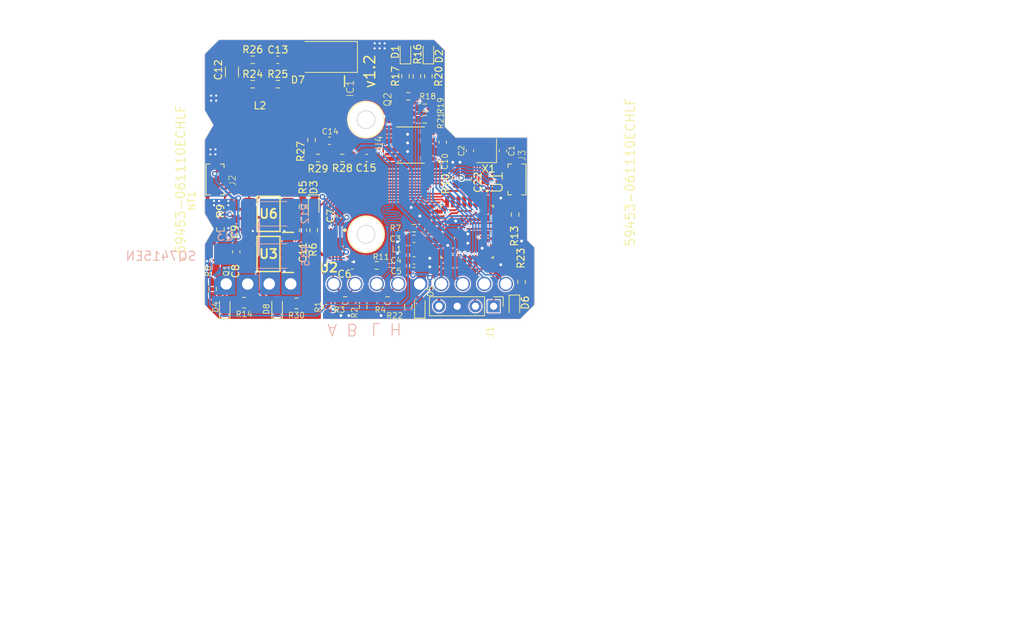
<source format=kicad_pcb>
(kicad_pcb (version 20211014) (generator pcbnew)
  (layers (0 "F.Cu" signal) (31 "B.Cu" signal) (34 "B.Paste" user) (35 "F.Paste" user) (36 "B.SilkS" user "B.Silkscreen") (37 "F.SilkS" user "F.Silkscreen") (38 "B.Mask" user) (39 "F.Mask" user) (44 "Edge.Cuts" user))
  (net 0 "")
  (net 1 "GND")
  (net 2 "Net-(C3-Pad1)")
  (net 3 "Net-(C22-Pad1)")
  (net 4 "Net-(Q1-Pad1)")
  (net 5 "Net-(Q1-Pad2)")
  (net 6 "Net-(Q1-Pad3)")
  (net 7 "/24V")
  (net 8 "/MOTOR_POWER")
  (net 9 "/RS485-")
  (net 10 "/RS485+")
  (net 11 "/CAN+")
  (net 12 "/CAN-")
  (net 13 "/VOLTAGE")
  (net 14 "/POWERON")
  (net 15 "Net-(R13-Pad1)")
  (net 16 "/CS1")
  (net 17 "/CS2")
  (net 18 "/SPI_CLK")
  (net 19 "/SPI_MISO")
  (net 20 "/SPI_MOSI")
  (net 21 "/RS485_DE")
  (net 22 "/RS485_TX")
  (net 23 "/CURR1")
  (net 24 "/CURR2")
  (net 26 "/CAN_RX")
  (net 27 "/CAN_TX")
  (net 28 "/SWDIO")
  (net 29 "/SWCLK")
  (net 30 "/MOTOR_1")
  (net 31 "/MOTOR_2")
  (net 32 "Net-(D1-Pad1)")
  (net 33 "Net-(D2-Pad1)")
  (net 34 "/SEC_IN")
  (net 35 "/SEC_OUT")
  (net 36 "Net-(Q2-PadB)")
  (net 37 "Net-(Q2-PadE)")
  (net 38 "+3V3")
  (net 42 "/RS485_RX")
  (net 43 "GNDPWR")
  (net 44 "Net-(R11-Pad2)")
  (net 45 "/SEC")
  (net 46 "Net-(D4-Pad1)")
  (net 47 "Net-(D5-Pad1)")
  (net 48 "Net-(D6-Pad1)")
  (net 49 "/LED_ON")
  (net 50 "/UART_TX")
  (net 51 "/UART_RX")
  (net 52 "Net-(C13-Pad1)")
  (net 53 "Net-(C13-Pad2)")
  (net 54 "Net-(C14-Pad1)")
  (net 55 "Net-(C14-Pad2)")
  (net 56 "+12V")
  (net 57 "Net-(IC1-Pad4)")
  (net 58 "Net-(IC1-Pad5)")
  (net 59 "Net-(IC1-Pad6)")
  (net 60 "Net-(D8-Pad1)")
  (net 61 "/OSC_IN")
  (net 62 "/OSC_OUT")
  (footprint "GRIPPER_TWO_ADVANCED_CONTROL_BOARD:SOIC127P600X100-9N" (layer "F.Cu") (at 166 92.6 -90)
    (fp_text reference "IC1")
    (fp_text value "BD9G341AEFJ-E2" hide)
  )
  (footprint "footprints:R_0603_1608Metric_Pad0.98x0.95mm_HandSolder" (layer "F.Cu") (at 177.5 92 180)
    (fp_text reference "R18")
    (fp_text value "13,7k")
  )
  (footprint "footprints:R_0805_2012Metric_Pad1.20x1.40mm_HandSolder" (layer "F.Cu") (at 154.6 120.8 180)
    (fp_text reference "R14")
    (fp_text value "4.7k")
  )
  (footprint "GRIPPER_TWO_ADVANCED_CONTROL_BOARD:SOT23" (layer "F.Cu") (at 150.7 114.9 180)
    (fp_text reference "Q1")
    (fp_text value "NPN-TRANSISTOR_SOT23")
  )
  (footprint "footprints:R_0603_1608Metric_Pad0.98x0.95mm_HandSolder" (layer "F.Cu") (at 179.8 93.6 180)
    (fp_text reference "R19")
    (fp_text value "200R")
  )
  (footprint "footprints:PinHeader_1x04_P2.54mm_Vertical" (layer "F.Cu") (at 189.4 121.3 -90)
    (fp_text reference "J1")
    (fp_text value "Conn_01x04_Male")
  )
  (footprint "footprints:C_0603_1608Metric_Pad1.08x0.95mm_HandSolder" (layer "F.Cu") (at 166.5 98.2)
    (fp_text reference "C14")
    (fp_text value "0,1uF")
  )
  (footprint "footprints:R_0603_1608Metric_Pad0.98x0.95mm_HandSolder" (layer "F.Cu") (at 192.4 108.5 90)
    (fp_text reference "R13")
    (fp_text value "100 K")
  )
  (footprint "GRIPPER_TWO_ADVANCED_CONTROL_BOARD:SOIC127P600X175-8N" (layer "F.Cu") (at 158.011 108.4 180)
    (fp_text reference "U6")
    (fp_text value "INA282AID" hide)
  )
  (footprint "footprints:C_0603_1608Metric_Pad1.08x0.95mm_HandSolder" (layer "F.Cu") (at 178.3 111.9 180)
    (fp_text reference "C3")
    (fp_text value "1uF")
  )
  (footprint "footprints:R_0603_1608Metric_Pad0.98x0.95mm_HandSolder" (layer "F.Cu") (at 164 98.1 -90)
    (fp_text reference "R27")
    (fp_text value "47k")
  )
  (footprint "footprints:R_0603_1608Metric_Pad0.98x0.95mm_HandSolder" (layer "F.Cu") (at 166.2 121.4 90)
    (fp_text reference "R1")
    (fp_text value "1k")
  )
  (footprint "footprints:C_0603_1608Metric_Pad1.08x0.95mm_HandSolder" (layer "F.Cu") (at 168.1 108.7 90)
    (fp_text reference "C7")
    (fp_text value "100 nF")
  )
  (footprint "footprints:R_0603_1608Metric_Pad0.98x0.95mm_HandSolder" (layer "F.Cu") (at 193.3 117.9 -90)
    (fp_text reference "R23")
    (fp_text value "4.5k")
  )
  (footprint "footprints:C_0603_1608Metric_Pad1.08x0.95mm_HandSolder" (layer "F.Cu") (at 185.8 103.4 90)
    (fp_text reference "C22")
    (fp_text value "100 nF")
  )
  (footprint "footprints:D_0603_1608Metric_Pad1.05x0.95mm_HandSolder" (layer "F.Cu") (at 179.1 121.3 90)
    (fp_text reference "D5")
    (fp_text value "GREEN")
  )
  (footprint "footprints:C_0603_1608Metric_Pad1.08x0.95mm_HandSolder" (layer "F.Cu") (at 186.1 99.6 90)
    (fp_text reference "C2")
    (fp_text value "6.8pF")
  )
  (footprint "footprints:R_0603_1608Metric_Pad0.98x0.95mm_HandSolder" (layer "F.Cu") (at 177.5 121.3 -90)
    (fp_text reference "R22")
    (fp_text value "4.5k")
  )
  (footprint "footprints:R_0603_1608Metric_Pad0.98x0.95mm_HandSolder" (layer "F.Cu") (at 168.7 120.5)
    (fp_text reference "R3")
    (fp_text value "120R")
  )
  (footprint "footprints:R_0603_1608Metric_Pad0.98x0.95mm_HandSolder" (layer "F.Cu") (at 178.7 89.2 -90)
    (fp_text reference "R16")
    (fp_text value "5,23k")
  )
  (footprint "footprints:R_0603_1608Metric_Pad0.98x0.95mm_HandSolder" (layer "F.Cu") (at 178.3 110.4 180)
    (fp_text reference "R7")
    (fp_text value "1k")
  )
  (footprint "footprints:D_SMB_Handsoldering" (layer "F.Cu") (at 165.8 86.5 180)
    (fp_text reference "D7")
    (fp_text value "SMBJ16A-TR")
  )
  (footprint "footprints:D_0603_1608Metric_Pad1.05x0.95mm_HandSolder" (layer "F.Cu") (at 192.3 121.4 -90)
    (fp_text reference "D6")
    (fp_text value "BLUE")
  )
  (footprint "GRIPPER_TWO_ADVANCED_CONTROL_BOARD:QFP80P900X900X160-32N" (layer "F.Cu") (at 185.7 110.9 -90)
    (fp_text reference "U1")
    (fp_text value "STM32G431KBT6")
  )
  (footprint "GRIPPER_TWO_ADVANCED_CONTROL_BOARD:MPEV1D1040L330" (layer "F.Cu") (at 156.7 96.2)
    (fp_text reference "L2")
    (fp_text value "33uH, 3A")
  )
  (footprint "GRIPPER_TWO_ADVANCED_CONTROL_BOARD:59453-061110ECHLF" (layer "F.Cu") (at 151.8 104.85 180)
    (fp_text reference "J2")
    (fp_text value "59453-061110ECHLF")
  )
  (footprint "footprints:R_0805_2012Metric_Pad1.20x1.40mm_HandSolder" (layer "F.Cu") (at 161.9 120.9 180)
    (fp_text reference "R30")
    (fp_text value "4.7k")
  )
  (footprint "footprints:C_0603_1608Metric_Pad1.08x0.95mm_HandSolder" (layer "F.Cu") (at 182.3 98.4 90)
    (fp_text reference "C10")
    (fp_text value "100 nF")
  )
  (footprint "footprints:R_0603_1608Metric_Pad0.98x0.95mm_HandSolder" (layer "F.Cu") (at 150.2 118.9 -90)
    (fp_text reference "R8")
    (fp_text value "1k")
  )
  (footprint "footprints:R_0603_1608Metric_Pad0.98x0.95mm_HandSolder" (layer "F.Cu") (at 184.2 103.4 -90)
    (fp_text reference "R10")
    (fp_text value "100 K")
  )
  (footprint "footprints:C_0603_1608Metric_Pad1.08x0.95mm_HandSolder" (layer "F.Cu") (at 178.3 114.9)
    (fp_text reference "C4")
    (fp_text value "100nF")
  )
  (footprint "footprints:NetTie-2_SMD_Pad0.5mm" (layer "F.Cu") (at 149.5 106.2 -90)
    (fp_text reference "NT1")
    (fp_text value "NetTie_2")
  )
  (footprint "footprints:R_0603_1608Metric_Pad0.98x0.95mm_HandSolder" (layer "F.Cu") (at 171.2 121.4 -90)
    (fp_text reference "R2")
    (fp_text value "1k")
  )
  (footprint "footprints:D_0603_1608Metric_Pad1.05x0.95mm_HandSolder" (layer "F.Cu") (at 159.2 121.4 90)
    (fp_text reference "D8")
    (fp_text value "GREEN")
  )
  (footprint "footprints:C_0603_1608Metric_Pad1.08x0.95mm_HandSolder" (layer "F.Cu") (at 171.7 100.6)
    (fp_text reference "C15")
    (fp_text value "10uF 25V")
  )
  (footprint "footprints:C_0603_1608Metric_Pad1.08x0.95mm_HandSolder" (layer "F.Cu") (at 159.3 86.9 180)
    (fp_text reference "C13")
    (fp_text value "6800pF")
  )
  (footprint "footprints:R_0603_1608Metric_Pad0.98x0.95mm_HandSolder" (layer "F.Cu") (at 177.1 89.2 -90)
    (fp_text reference "R17")
    (fp_text value "487")
  )
  (footprint "footprints:Crystal_SMD_2520-4Pin_2.5x2.0mm" (layer "F.Cu") (at 188.4 99.6 90)
    (fp_text reference "X1")
    (fp_text value "ECS-240-8-36B2-CKM-TR")
  )
  (footprint "footprints:R_0603_1608Metric_Pad0.98x0.95mm_HandSolder" (layer "F.Cu") (at 174.6 120.5 180)
    (fp_text reference "R4")
    (fp_text value "120R")
  )
  (footprint "footprints:C_0603_1608Metric_Pad1.08x0.95mm_HandSolder" (layer "F.Cu") (at 153.5 113.7 -90)
    (fp_text reference "C8")
    (fp_text value "100 nF")
  )
  (footprint "GRIPPER_TWO_ADVANCED_CONTROL_BOARD:59453-061110ECHLF" (layer "F.Cu") (at 191.4 102.35)
    (fp_text reference "J3")
    (fp_text value "59453-061110ECHLF")
  )
  (footprint "GRIPPER_TWO_ADVANCED_CONTROL_BOARD:SOT23-EBC" (layer "F.Cu") (at 176.2 94.4 90)
    (fp_text reference "Q2")
    (fp_text value "2PC4081S,115")
  )
  (footprint "footprints:D_0603_1608Metric_Pad1.05x0.95mm_HandSolder" (layer "F.Cu") (at 164.3 107.4 -90)
    (fp_text reference "D3")
    (fp_text value "BAT30K")
  )
  (footprint "footprints:R_0603_1608Metric_Pad0.98x0.95mm_HandSolder" (layer "F.Cu") (at 173.1 115.6 180)
    (fp_text reference "R11")
    (fp_text value "0")
  )
  (footprint "footprints:C_0603_1608Metric_Pad1.08x0.95mm_HandSolder" (layer "F.Cu") (at 190.7 99.6 -90)
    (fp_text reference "C1")
    (fp_text value "6.8pF")
  )
  (footprint "footprints:R_0603_1608Metric_Pad0.98x0.95mm_HandSolder" (layer "F.Cu") (at 164.3 110.7 -90)
    (fp_text reference "R6")
    (fp_text value "4k")
  )
  (footprint "footprints:C_1206_3216Metric_Pad1.33x1.80mm_HandSolder" (layer "F.Cu") (at 152.9 88.6 90)
    (fp_text reference "C12")
    (fp_text value "100uF 6,3V")
  )
  (footprint "footprints:R_0603_1608Metric_Pad0.98x0.95mm_HandSolder" (layer "F.Cu") (at 179.8 95.2 180)
    (fp_text reference "R21")
    (fp_text value "200R")
  )
  (footprint "GRIPPER_TWO_ADVANCED_CONTROL_BOARD:SON50P300X300X100-11N-D" (layer "F.Cu") (at 167 112.6 -90)
    (fp_text reference "U2")
    (fp_text value "STR485LVQT" hide)
  )
  (footprint "Gripper FeeTech:SOIC127P599X175-8N" (layer "F.Cu") (at 177.8 98.8 180)
    (fp_text reference "U4")
    (fp_text value "TCAN332GD")
  )
  (footprint "footprints:R_0603_1608Metric_Pad0.98x0.95mm_HandSolder" (layer "F.Cu") (at 168.3 100.6 180)
    (fp_text reference "R28")
    (fp_text value "73,2k")
  )
  (footprint "footprints:R_0603_1608Metric_Pad0.98x0.95mm_HandSolder" (layer "F.Cu") (at 162.8 107.4 -90)
    (fp_text reference "R5")
    (fp_text value "47k")
  )
  (footprint "footprints:C_0603_1608Metric_Pad1.08x0.95mm_HandSolder" (layer "F.Cu") (at 178.3 116.4)
    (fp_text reference "C5")
    (fp_text value "100nF")
  )
  (footprint "footprints:R_0603_1608Metric_Pad0.98x0.95mm_HandSolder" (layer "F.Cu") (at 155.8 90.3)
    (fp_text reference "R24")
    (fp_text value "1,3k")
  )
  (footprint "footprints:D_0603_1608Metric_Pad1.05x0.95mm_HandSolder" (layer "F.Cu") (at 177.1 85.8 90)
    (fp_text reference "D1")
    (fp_text value "GREEN")
  )
  (footprint "footprints:D_0603_1608Metric_Pad1.05x0.95mm_HandSolder" (layer "F.Cu") (at 180.3 85.8 90)
    (fp_text reference "D2")
    (fp_text value "RED")
  )
  (footprint "GRIPPER_TWO_ADVANCED_CONTROL_BOARD:SOIC127P600X175-8N" (layer "F.Cu") (at 158 114 180)
    (fp_text reference "U3")
    (fp_text value "INA282AID" hide)
  )
  (footprint "footprints:R_0603_1608Metric_Pad0.98x0.95mm_HandSolder" (layer "F.Cu") (at 151.3 110.6 -90)
    (fp_text reference "R9")
    (fp_text value "1k")
  )
  (footprint "footprints:R_0603_1608Metric_Pad0.98x0.95mm_HandSolder" (layer "F.Cu") (at 180.3 89.2 -90)
    (fp_text reference "R20")
    (fp_text value "60")
  )
  (footprint "Gripper FeeTech:0603" (layer "F.Cu") (at 178.3 113.4)
    (fp_text reference "L1")
    (fp_text value "10uH")
  )
  (footprint "footprints:D_0603_1608Metric_Pad1.05x0.95mm_HandSolder" (layer "F.Cu") (at 151.9 121.4 90)
    (fp_text reference "D4")
    (fp_text value "GREEN")
  )
  (footprint "footprints:R_0603_1608Metric_Pad0.98x0.95mm_HandSolder" (layer "F.Cu") (at 164.9 100.6 180)
    (fp_text reference "R29")
    (fp_text value "20k")
  )
  (footprint "footprints:R_0603_1608Metric_Pad0.98x0.95mm_HandSolder" (layer "F.Cu") (at 159.3 90.3)
    (fp_text reference "R25")
    (fp_text value "0,56k")
  )
  (footprint "footprints:C_0603_1608Metric_Pad1.08x0.95mm_HandSolder" (layer "F.Cu") (at 162.8 110.7 90)
    (fp_text reference "C11")
    (fp_text value "33nF")
  )
  (footprint "footprints:C_0603_1608Metric_Pad1.08x0.95mm_HandSolder" (layer "F.Cu") (at 169.7 115.6)
    (fp_text reference "C6")
    (fp_text value "100 nF")
  )
  (footprint "footprints:R_0603_1608Metric_Pad0.98x0.95mm_HandSolder" (layer "F.Cu") (at 155.8 86.9)
    (fp_text reference "R26")
    (fp_text value "0,75k")
  )
  (footprint "footprints:C_0603_1608Metric_Pad1.08x0.95mm_HandSolder" (layer "F.Cu") (at 153.4 108.3 -90)
    (fp_text reference "C9")
    (fp_text value "100 nF")
  )
  (footprint "footprints:R_2512_6332Metric_Pad1.40x3.35mm_HandSolder" (layer "B.Cu") (at 158.4 114.3 180)
    (fp_text reference "R15")
    (fp_text value "R")
  )
  (footprint "footprints:R_2512_6332Metric_Pad1.40x3.35mm_HandSolder" (layer "B.Cu") (at 158.4 108.4 180)
    (fp_text reference "R12")
    (fp_text value "R")
  )
  (footprint "GRIPPER_TWO_ADVANCED_CONTROL_BOARD:DFN3.3X3.3" (layer "B.Cu") (at 153.8 116.4 180)
    (fp_text reference "Q3")
    (fp_text value "SQ7415EN")
  )
  (gr_circle locked (center 171.5989 111.2464) (end 169.0989 111.2464) (layer "F.SilkS") (width 0.1016) (fill none))
  (gr_circle locked (center 171.5989 95.2464) (end 169.0989 95.2464) (layer "F.SilkS") (width 0.1016) (fill none))
  (gr_line (start 149.0989 93.9104) (end 150.3079 96.0044) (layer "Edge.Cuts") (width 0.05))
  (gr_circle locked (center 171.5989 95.2514) (end 170.3489 95.2514) (layer "Edge.Cuts") (width 0.1) (fill none))
  (gr_line (start 181.0989 84.0964) (end 151.0989 84.0964) (layer "Edge.Cuts") (width 0.05))
  (gr_line (start 182.5989 85.5964) (end 182.5989 96.2464) (layer "Edge.Cuts") (width 0.05))
  (gr_line (start 150.3519 110.5014) (end 149.0989 112.6714) (layer "Edge.Cuts") (width 0.05))
  (gr_line (start 194.0989 112.0964) (end 195.0989 113.0964) (layer "Edge.Cuts") (width 0.05))
  (gr_line (start 149.0989 112.6714) (end 149.0989 121.0964) (layer "Edge.Cuts") (width 0.05))
  (gr_line (start 182.5989 96.2514) (end 182.5989 96.2464) (layer "Edge.Cuts") (width 0.05))
  (gr_circle locked (center 171.5989 111.2514) (end 170.3489 111.2514) (layer "Edge.Cuts") (width 0.1) (fill none))
  (gr_line (start 151.0989 84.0964) (end 149.0989 86.0964) (layer "Edge.Cuts") (width 0.05))
  (gr_line (start 149.0989 108.3314) (end 150.3519 110.5014) (layer "Edge.Cuts") (width 0.05))
  (gr_line (start 195.0989 121.0964) (end 195.0989 113.0964) (layer "Edge.Cuts") (width 0.05))
  (gr_line (start 151.0989 123.0964) (end 193.0989 123.0964) (layer "Edge.Cuts") (width 0.05))
  (gr_line (start 151.0989 123.0964) (end 149.0989 121.0964) (layer "Edge.Cuts") (width 0.05))
  (gr_line (start 184.0989 97.7464) (end 182.5989 96.2514) (layer "Edge.Cuts") (width 0.05))
  (gr_line (start 150.3079 96.0044) (end 149.0989 98.0994) (layer "Edge.Cuts") (width 0.05))
  (gr_line (start 149.0989 98.0994) (end 149.0989 108.3314) (layer "Edge.Cuts") (width 0.05))
  (gr_line (start 194.0989 112.0964) (end 194.1 97.7464) (layer "Edge.Cuts") (width 0.05))
  (gr_line (start 194.1 97.7464) (end 184.0989 97.7464) (layer "Edge.Cuts") (width 0.05))
  (gr_line (start 149.0989 86.0964) (end 149.0989 93.9104) (layer "Edge.Cuts") (width 0.05))
  (gr_line (start 195.0989 121.0964) (end 193.0989 123.0964) (layer "Edge.Cuts") (width 0.05))
  (gr_line (start 182.5989 85.5964) (end 181.0989 84.0964) (layer "Edge.Cuts") (width 0.05))
  (gr_text "A B" (at 166.1 123.6 -180) (layer "B.SilkS") (effects (font (size 1.63576 1.63576) (thickness 0.14224)) (justify left bottom mirror)))
  (gr_text "L H" (at 172.2 123.5 -180) (layer "B.SilkS") (effects (font (size 1.63576 1.63576) (thickness 0.14224)) (justify left bottom mirror)))
  (gr_text "v1.2" (at 173 91 90) (layer "F.SilkS") (effects (font (size 1.5 1.5) (thickness 0.2)) (justify left bottom)))
  (segment (start 165.9 114.2) (end 166 114.1) (width 0.38) (layer "F.Cu") (net 1))
  (segment (start 155.3 109.035) (end 155.835 109.035) (width 0.38) (layer "F.Cu") (net 1))
  (segment (start 164.3 111.6125) (end 164.3 112.93) (width 0.38) (layer "F.Cu") (net 1))
  (segment (start 156.4 110.971911) (end 156.4 114.026822) (width 0.38) (layer "F.Cu") (net 1))
  (segment (start 160.722 107.765) (end 160.722 109.035) (width 0.38) (layer "F.Cu") (net 1))
  (segment (start 164.3 111.6125) (end 162.85 111.6125) (width 0.38) (layer "F.Cu") (net 1))
  (segment (start 160.722 109.035) (end 161.161 109.035) (width 0.38) (layer "F.Cu") (net 1))
  (segment (start 164.33 112.93) (end 165.5 114.1) (width 0.38) (layer "F.Cu") (net 1))
  (segment (start 155.3 109.035) (end 153.5275 109.035) (width 0.38) (layer "F.Cu") (net 1))
  (segment (start 160.722 109.035) (end 160.587 108.9) (width 0.38) (layer "F.Cu") (net 1))
  (segment (start 160.711 113.365) (end 161.15 113.365) (width 0.38) (layer "F.Cu") (net 1))
  (segment (start 153.5275 109.035) (end 153.4 109.1625) (width 0.38) (layer "F.Cu") (net 1))
  (segment (start 164.3 112.93) (end 164.33 112.93) (width 0.38) (layer "F.Cu") (net 1))
  (segment (start 156.4 114.026822) (end 155.791822 114.635) (width 0.38) (layer "F.Cu") (net 1))
  (segment (start 156.405911 110.966) (end 156.4 110.971911) (width 0.38) (layer "F.Cu") (net 1))
  (segment (start 152.5769 108.4783) (end 152.7158 108.4783) (width 0.38) (layer "F.Cu") (net 1))
  (segment (start 161.161 109.035) (end 161.9 109.774) (width 0.38) (layer "F.Cu") (net 1))
  (segment (start 161.15 113.365) (end 162.8 111.715) (width 0.38) (layer "F.Cu") (net 1))
  (segment (start 155.435 108.9) (end 155.3 109.035) (width 0.38) (layer "F.Cu") (net 1))
  (segment (start 155.2165 114.5625) (end 155.289 114.635) (width 0.38) (layer "F.Cu") (net 1))
  (segment (start 155.791822 114.635) (end 155.289 114.635) (width 0.38) (layer "F.Cu") (net 1))
  (segment (start 156.405911 109.605911) (end 156.405911 110.966) (width 0.38) (layer "F.Cu") (net 1))
  (segment (start 153.4 114.5625) (end 155.2165 114.5625) (width 0.38) (layer "F.Cu") (net 1))
  (segment (start 151.3 108.6) (end 151.3 109.6875) (width 0.38) (layer "F.Cu") (net 1))
  (segment (start 161.9 109.774) (end 161.9 110.6625) (width 0.38) (layer "F.Cu") (net 1))
  (segment (start 160.587 108.9) (end 155.435 108.9) (width 0.38) (layer "F.Cu") (net 1))
  (segment (start 162.8 111.715) (end 162.8 111.5625) (width 0.38) (layer "F.Cu") (net 1))
  (segment (start 152.7158 108.4783) (end 153.4 109.1625) (width 0.38) (layer "F.Cu") (net 1))
  (segment (start 161.9 110.6625) (end 162.8 111.5625) (width 0.38) (layer "F.Cu") (net 1))
  (segment (start 165.5 114.1) (end 166 114.1) (width 0.38) (layer "F.Cu") (net 1))
  (segment (start 155.835 109.035) (end 156.405911 109.605911) (width 0.38) (layer "F.Cu") (net 1))
  (segment (start 162.85 111.6125) (end 162.8 111.5625) (width 0.38) (layer "F.Cu") (net 1))
  (segment (start 151.2 108.5) (end 151.3 108.6) (width 0.38) (layer "F.Cu") (net 1))
  (segment (start 165.9 115.5731) (end 165.9 114.2) (width 0.38) (layer "F.Cu") (net 1))
  (segment (start 160.711 114.635) (end 160.711 113.365) (width 0.38) (layer "F.Cu") (net 1))
  (via (at 150.6 100.1) (size 0.4) (drill 0.3) (layers "F.Cu" "B.Cu") (net 1))
  (via (at 177.4 97.3) (size 0.8) (drill 0.4) (layers "F.Cu" "B.Cu") (net 1))
  (via (at 165.9 115.5731) (size 0.8) (drill 0.4) (layers "F.Cu" "B.Cu") (net 1))
  (via (at 149.9 100.1) (size 0.4) (drill 0.3) (layers "F.Cu" "B.Cu") (net 1))
  (via (at 152.5769 108.4783) (size 0.8) (drill 0.4) (layers "F.Cu" "B.Cu") (net 1))
  (via (at 187.8 113.2) (size 0.8) (drill 0.4) (layers "F.Cu" "B.Cu") (net 1))
  (via (at 180.5 114.6) (size 0.8) (drill 0.4) (layers "F.Cu" "B.Cu") (net 1))
  (via (at 150.6 99.4) (size 0.4) (drill 0.3) (layers "F.Cu" "B.Cu") (net 1))
  (via (at 177.4 99.7) (size 0.8) (drill 0.4) (layers "F.Cu" "B.Cu") (net 1))
  (via (at 176.00382 113.9) (size 0.8) (drill 0.4) (layers "F.Cu" "B.Cu") (net 1))
  (via (at 173.5 84.6) (size 0.4) (drill 0.3) (layers "F.Cu" "B.Cu") (net 1))
  (via (at 193.3 112.2) (size 0.8) (drill 0.4) (layers "F.Cu" "B.Cu") (net 1))
  (via (at 150.7 91.9) (size 0.4) (drill 0.3) (layers "F.Cu" "B.Cu") (net 1))
  (via (at 183.7 101.2) (size 0.8) (drill 0.4) (layers "F.Cu" "B.Cu") (net 1))
  (via (at 151.2 108.5) (size 0.8) (drill 0.4) (layers "F.Cu" "B.Cu") (net 1))
  (via (at 172.8 84.6) (size 0.4) (drill 0.3) (layers "F.Cu" "B.Cu") (net 1))
  (via (at 183 112.8) (size 0.8) (drill 0.4) (layers "F.Cu" "B.Cu") (net 1))
  (via (at 190.4 106.2) (size 0.8) (drill 0.4) (layers "F.Cu" "B.Cu") (net 1))
  (via (at 176.00382 112.3) (size 0.8) (drill 0.4) (layers "F.Cu" "B.Cu") (net 1))
  (via (at 190.4 115.5) (size 0.8) (drill 0.4) (layers "F.Cu" "B.Cu") (net 1))
  (via (at 174.2 84.6) (size 0.4) (drill 0.3) (layers "F.Cu" "B.Cu") (net 1))
  (via (at 150.7 92.6) (size 0.4) (drill 0.3) (layers "F.Cu" "B.Cu") (net 1))
  (via (at 149.9 99.4) (size 0.4) (drill 0.3) (layers "F.Cu" "B.Cu") (net 1))
  (via (at 150 91.9) (size 0.4) (drill 0.3) (layers "F.Cu" "B.Cu") (net 1))
  (via (at 184.1 109.4) (size 0.8) (drill 0.4) (layers "F.Cu" "B.Cu") (net 1))
  (via (at 185.8 112.5) (size 0.8) (drill 0.4) (layers "F.Cu" "B.Cu") (net 1))
  (via (at 174.2 85.3) (size 0.4) (drill 0.3) (layers "F.Cu" "B.Cu") (net 1))
  (via (at 173.7 122.6) (size 0.8) (drill 0.4) (layers "F.Cu" "B.Cu") (net 1))
  (via (at 177.4 98.5) (size 0.8) (drill 0.4) (layers "F.Cu" "B.Cu") (net 1))
  (via (at 169.2 122.6) (size 0.8) (drill 0.4) (layers "F.Cu" "B.Cu") (net 1))
  (via (at 185.8 111.2) (size 0.8) (drill 0.4) (layers "F.Cu" "B.Cu") (net 1))
  (via (at 179.1 108.7) (size 0.8) (drill 0.4) (layers "F.Cu" "B.Cu") (net 1))
  (via (at 177.9 107.5) (size 0.8) (drill 0.4) (layers "F.Cu" "B.Cu") (net 1))
  (via (at 150 92.6) (size 0.4) (drill 0.3) (layers "F.Cu" "B.Cu") (net 1))
  (via (at 173.5 85.3) (size 0.4) (drill 0.3) (layers "F.Cu" "B.Cu") (net 1))
  (via (at 168.1 122.6) (size 0.8) (drill 0.4) (layers "F.Cu" "B.Cu") (net 1))
  (via locked (at 179.1 118.2) (size 2.0064) (drill 1.6) (layers "F.Cu" "B.Cu") (net 1))
  (via (at 180.5 115.8) (size 0.8) (drill 0.4) (layers "F.Cu" "B.Cu") (net 1))
  (via (at 169.9 115.1) (size 0.8) (drill 0.4) (layers "F.Cu" "B.Cu") (net 1))
  (via (at 184.7 101.2) (size 0.8) (drill 0.4) (layers "F.Cu" "B.Cu") (net 1))
  (via (at 172.8 85.3) (size 0.4) (drill 0.3) (layers "F.Cu" "B.Cu") (net 1))
  (segment (start 151.2217 108.4783) (end 151.2 108.5) (width 0.38) (layer "B.Cu") (net 1))
  (segment (start 152.5769 108.4783) (end 151.2217 108.4783) (width 0.38) (layer "B.Cu") (net 1))
  (segment (start 180.5 112.9) (end 181.52 112.9) (width 0.25) (layer "F.Cu") (net 2))
  (segment (start 179.7 112.1) (end 180.5 112.9) (width 0.25) (layer "F.Cu") (net 2))
  (segment (start 179.1625 112.1) (end 179.7 112.1) (width 0.25) (layer "F.Cu") (net 2))
  (segment (start 179.15 113.4) (end 179.15 112.1125) (width 0.25) (layer "F.Cu") (net 2))
  (segment (start 179.15 112.1125) (end 179.1625 112.1) (width 0.25) (layer "F.Cu") (net 2))
  (segment (start 186.1 104.9625) (end 185.8 104.6625) (width 0.25) (layer "F.Cu") (net 3))
  (segment (start 184.2 104.7125) (end 185.75 104.7125) (width 0.25) (layer "F.Cu") (net 3))
  (segment (start 186.1 106.72) (end 186.1 104.9625) (width 0.25) (layer "F.Cu") (net 3))
  (segment (start 185.75 104.7125) (end 185.8 104.6625) (width 0.25) (layer "F.Cu") (net 3))
  (segment (start 150.177965 114.876911) (end 150.973089 114.876911) (width 0.25) (layer "F.Cu") (net 4))
  (segment (start 177.3 111) (end 177.3 110.4875) (width 0.25) (layer "F.Cu") (net 4))
  (segment (start 150.088719 114.966157) (end 150.177965 114.876911) (width 0.25) (layer "F.Cu") (net 4))
  (segment (start 150.973089 114.876911) (end 151.95 113.9) (width 0.25) (layer "F.Cu") (net 4))
  (segment (start 177.3 110.4875) (end 177.3875 110.4) (width 0.25) (layer "F.Cu") (net 4))
  (via (at 177.3 111) (size 0.4) (drill 0.3) (layers "F.Cu" "B.Cu") (net 4))
  (via (at 150.088719 114.966157) (size 0.4) (drill 0.3) (layers "F.Cu" "B.Cu") (net 4))
  (segment (start 166.358831 121.041169) (end 164.8 122.6) (width 0.25) (layer "B.Cu") (net 4))
  (segment (start 149.82308 116.502454) (end 150 116.325534) (width 0.25) (layer "B.Cu") (net 4))
  (segment (start 150 116.325534) (end 150 115.054876) (width 0.25) (layer "B.Cu") (net 4))
  (segment (start 176.458831 121.041169) (end 166.358831 121.041169) (width 0.25) (layer "B.Cu") (net 4))
  (segment (start 149.82308 121.12308) (end 149.82308 116.502454) (width 0.25) (layer "B.Cu") (net 4))
  (segment (start 177.465239 120.034761) (end 176.458831 121.041169) (width 0.25) (layer "B.Cu") (net 4))
  (segment (start 177.465239 111.165239) (end 177.465239 120.034761) (width 0.25) (layer "B.Cu") (net 4))
  (segment (start 151.3 122.6) (end 149.82308 121.12308) (width 0.25) (layer "B.Cu") (net 4))
  (segment (start 150 115.054876) (end 150.088719 114.966157) (width 0.25) (layer "B.Cu") (net 4))
  (segment (start 177.3 111) (end 177.465239 111.165239) (width 0.25) (layer "B.Cu") (net 4))
  (segment (start 164.8 122.6) (end 151.3 122.6) (width 0.25) (layer "B.Cu") (net 4))
  (segment (start 150.05 113.9) (end 150.05 112.7625) (width 0.4) (layer "F.Cu") (net 5))
  (segment (start 150.05 112.7625) (end 151.3 111.5125) (width 0.4) (layer "F.Cu") (net 5))
  (segment (start 150.3 117.2) (end 149.9 117.6) (width 0.4) (layer "F.Cu") (net 6))
  (segment (start 150.3 116.4) (end 150.7 116) (width 0.4) (layer "F.Cu") (net 6))
  (segment (start 149.9 117.6) (end 149.9 117.9875) (width 0.4) (layer "F.Cu") (net 6))
  (segment (start 150.3 117.2) (end 150.3 116.4) (width 0.4) (layer "F.Cu") (net 6))
  (via (at 150.3 117.2) (size 0.4) (drill 0.3) (layers "F.Cu" "B.Cu") (net 6))
  (segment (start 151.15 116.35) (end 151.2 116.35) (width 0.4) (layer "B.Cu") (net 6))
  (segment (start 150.3 117.2) (end 151.15 116.35) (width 0.4) (layer "B.Cu") (net 6))
  (segment (start 151.9 118.3772) (end 152.1 118.1772) (width 0.4) (layer "F.Cu") (net 7))
  (segment (start 150.2875 120.2) (end 151.575 120.2) (width 0.4) (layer "F.Cu") (net 7))
  (segment (start 151.575 120.2) (end 151.9 120.525) (width 0.4) (layer "F.Cu") (net 7))
  (segment (start 151.9 120.525) (end 151.9 118.3772) (width 0.4) (layer "F.Cu") (net 7))
  (segment (start 149.9 119.8125) (end 150.2875 120.2) (width 0.4) (layer "F.Cu") (net 7))
  (via locked (at 152.1 118.1772) (size 2.0064) (drill 1.6) (layers "F.Cu" "B.Cu") (net 7))
  (segment (start 156.365902 107.1) (end 156.365902 106.353009) (width 0.25) (layer "F.Cu") (net 8))
  (segment (start 159.2 120.525) (end 158.025 120.525) (width 0.4) (layer "F.Cu") (net 8))
  (segment (start 156.825822 105.893089) (end 162.205589 105.893089) (width 0.25) (layer "F.Cu") (net 8))
  (segment (start 155.705 115.905) (end 155.289 115.905) (width 0.25) (layer "F.Cu") (net 8))
  (segment (start 156.55 119.05) (end 156.55 116.75) (width 0.4) (layer "F.Cu") (net 8))
  (segment (start 156.3 116.5) (end 155.705 115.905) (width 0.25) (layer "F.Cu") (net 8))
  (segment (start 162.205589 105.893089) (end 162.8 106.4875) (width 0.25) (layer "F.Cu") (net 8))
  (segment (start 155.3 110.305) (end 155.316 110.305) (width 0.25) (layer "F.Cu") (net 8))
  (segment (start 155.316 110.305) (end 155.811 110.8) (width 0.25) (layer "F.Cu") (net 8))
  (segment (start 156.365902 106.353009) (end 156.825822 105.893089) (width 0.25) (layer "F.Cu") (net 8))
  (segment (start 158.025 120.525) (end 156.55 119.05) (width 0.4) (layer "F.Cu") (net 8))
  (segment (start 156.55 116.75) (end 156.3 116.5) (width 0.4) (layer "F.Cu") (net 8))
  (via (at 156.365902 107.1) (size 0.4) (drill 0.3) (layers "F.Cu" "B.Cu") (net 8))
  (via (at 155.811 110.8) (size 0.4) (drill 0.3) (layers "F.Cu" "B.Cu") (net 8))
  (via (at 156.3 116.5) (size 0.4) (drill 0.3) (layers "F.Cu" "B.Cu") (net 8))
  (segment (start 167 116.95) (end 167 118.0772) (width 0.2) (layer "F.Cu") (net 9))
  (segment (start 165.741168 116.675) (end 166.775 116.675) (width 0.2) (layer "F.Cu") (net 9))
  (segment (start 167 118.0772) (end 167.1 118.1772) (width 0.2) (layer "F.Cu") (net 9))
  (segment (start 166.2 120.4875) (end 167.775 120.4875) (width 0.2) (layer "F.Cu") (net 9))
  (segment (start 167 116.9) (end 167 116.95) (width 0.2) (layer "F.Cu") (net 9))
  (segment (start 167.7875 120.5) (end 167.7875 118.8647) (width 0.2) (layer "F.Cu") (net 9))
  (segment (start 167 114.1) (end 167 116) (width 0.2) (layer "F.Cu") (net 9))
  (segment (start 167.7875 118.8647) (end 167.1 118.1772) (width 0.2) (layer "F.Cu") (net 9))
  (segment (start 167.775 120.4875) (end 167.7875 120.5) (width 0.2) (layer "F.Cu") (net 9))
  (segment (start 166.775 116.225) (end 165.741168 116.225) (width 0.2) (layer "F.Cu") (net 9))
  (via locked (at 167.1 118.1772) (size 2.0064) (drill 1.6) (layers "F.Cu" "B.Cu") (net 9))
  (arc (start 167 116) (mid 166.934099 116.159099) (end 166.775 116.225) (width 0.2) (layer "F.Cu") (net 9))
  (arc (start 165.741168 116.225) (mid 165.582069 116.290901) (end 165.516168 116.45) (width 0.2) (layer "F.Cu") (net 9))
  (arc (start 165.516168 116.45) (mid 165.582069 116.609099) (end 165.741168 116.675) (width 0.2) (layer "F.Cu") (net 9))
  (arc (start 166.775 116.675) (mid 166.934099 116.740901) (end 167 116.9) (width 0.2) (layer "F.Cu") (net 9))
  (segment (start 169.6125 120.5) (end 169.6125 118.6647) (width 0.2) (layer "F.Cu") (net 10))
  (segment (start 169.6125 120.5) (end 171.1875 120.5) (width 0.2) (layer "F.Cu") (net 10))
  (segment (start 169.6125 118.6647) (end 170.1 118.1772) (width 0.2) (layer "F.Cu") (net 10))
  (segment (start 167.5 115.5772) (end 170.1 118.1772) (width 0.2) (layer "F.Cu") (net 10))
  (segment (start 167.5 114.1) (end 167.5 115.5772) (width 0.2) (layer "F.Cu") (net 10))
  (segment (start 171.1875 120.5) (end 171.2 120.4875) (width 0.2) (layer "F.Cu") (net 10))
  (via locked (at 170.1 118.1772) (size 2.0064) (drill 1.6) (layers "F.Cu" "B.Cu") (net 10))
  (segment (start 175.5125 120.5) (end 174.825001 119.812501) (width 0.2) (layer "F.Cu") (net 11))
  (segment (start 174.920001 99.025001) (end 174.274999 99.025001) (width 0.2) (layer "F.Cu") (net 11))
  (segment (start 175.33 99.435) (end 174.920001 99.025001) (width 0.2) (layer "F.Cu") (net 11))
  (segment (start 174 99.3) (end 174 99.88891) (width 0.2) (layer "F.Cu") (net 11))
  (segment (start 174.274999 99.025001) (end 174 99.3) (width 0.2) (layer "F.Cu") (net 11))
  (segment (start 174.825001 119.452199) (end 176.1 118.1772) (width 0.2) (layer "F.Cu") (net 11))
  (segment (start 174.825001 119.812501) (end 174.825001 119.452199) (width 0.2) (layer "F.Cu") (net 11))
  (segment (start 174 99.88891) (end 173.894455 99.994455) (width 0.2) (layer "F.Cu") (net 11))
  (via locked (at 176.1 118.1772) (size 2.0064) (drill 1.6) (layers "F.Cu" "B.Cu") (net 11))
  (via (at 173.894455 99.994455) (size 0.4) (drill 0.3) (layers "F.Cu" "B.Cu") (net 11))
  (via (at 173.894455 99.994455) (size 0.4) (drill 0.3) (layers "F.Cu" "B.Cu") (net 11))
  (segment (start 174.8238 108.08052) (end 175.862779 108.08052) (width 0.2) (layer "B.Cu") (net 11))
  (segment (start 175.35192 109.13676) (end 174.69349 109.13676) (width 0.2) (layer "B.Cu") (net 11))
  (segment (start 175.862779 109.13676) (end 175.35192 109.13676) (width 0.2) (layer "B.Cu") (net 11))
  (segment (start 173.823744 99.994455) (end 175.35192 101.522631) (width 0.2) (layer "B.Cu") (net 11))
  (segment (start 175 109.48916) (end 175.862779 109.48916) (width 0.2) (layer "B.Cu") (net 11))
  (segment (start 175.35192 117.42912) (end 176.1 118.1772) (width 0.2) (layer "B.Cu") (net 11))
  (segment (start 174.562941 109.267309) (end 174.562941 109.358611) (width 0.2) (layer "B.Cu") (net 11))
  (segment (start 174.69349 109.48916) (end 175 109.48916) (width 0.2) (layer "B.Cu") (net 11))
  (segment (start 174.489141 108.08052) (end 174.8238 108.08052) (width 0.2) (layer "B.Cu") (net 11))
  (segment (start 175.35192 111.547035) (end 175.35192 117.42912) (width 0.2) (layer "B.Cu") (net 11))
  (segment (start 175.35192 101.522631) (end 175.35192 107.2) (width 0.2) (layer "B.Cu") (net 11))
  (segment (start 175.862779 110.5454) (end 175.52812 110.5454) (width 0.2) (layer "B.Cu") (net 11))
  (segment (start 173.894455 99.994455) (end 173.823744 99.994455) (width 0.2) (layer "B.Cu") (net 11))
  (segment (start 174.8238 107.72812) (end 174.489141 107.72812) (width 0.2) (layer "B.Cu") (net 11))
  (segment (start 175.35192 110.7216) (end 175.35192 111.547035) (width 0.2) (layer "B.Cu") (net 11))
  (arc (start 175.52812 110.5454) (mid 175.403528 110.597008) (end 175.35192 110.7216) (width 0.2) (layer "B.Cu") (net 11))
  (arc (start 174.489141 107.72812) (mid 174.364549 107.779728) (end 174.312941 107.90432) (width 0.2) (layer "B.Cu") (net 11))
  (arc (start 174.69349 109.13676) (mid 174.601178 109.174997) (end 174.562941 109.267309) (width 0.2) (layer "B.Cu") (net 11))
  (arc (start 174.312941 107.90432) (mid 174.364549 108.028912) (end 174.489141 108.08052) (width 0.2) (layer "B.Cu") (net 11))
  (arc (start 176.390899 110.01728) (mid 176.236216 110.390717) (end 175.862779 110.5454) (width 0.2) (layer "B.Cu") (net 11))
  (arc (start 175.35192 107.2) (mid 175.197237 107.573437) (end 174.8238 107.72812) (width 0.2) (layer "B.Cu") (net 11))
  (arc (start 176.390899 108.60864) (mid 176.236216 108.982077) (end 175.862779 109.13676) (width 0.2) (layer "B.Cu") (net 11))
  (arc (start 174.562941 109.358611) (mid 174.601178 109.450923) (end 174.69349 109.48916) (width 0.2) (layer "B.Cu") (net 11))
  (arc (start 175.862779 109.48916) (mid 176.236216 109.643843) (end 176.390899 110.01728) (width 0.2) (layer "B.Cu") (net 11))
  (arc (start 175.862779 108.08052) (mid 176.236216 108.235203) (end 176.390899 108.60864) (width 0.2) (layer "B.Cu") (net 11))
  (segment (start 173.4 99.40231) (end 173.4 99.6) (width 0.2) (layer "F.Cu") (net 12))
  (segment (start 174.920001 98.574999) (end 174.227311 98.574999) (width 0.2) (layer "F.Cu") (net 12))
  (segment (start 173.6875 120.5) (end 174.374999 119.812501) (width 0.2) (layer "F.Cu") (net 12))
  (segment (start 174.374999 119.812501) (end 174.374999 119.452199) (width 0.2) (layer "F.Cu") (net 12))
  (segment (start 175.33 98.165) (end 174.920001 98.574999) (width 0.2) (layer "F.Cu") (net 12))
  (segment (start 174.227311 98.574999) (end 173.4 99.40231) (width 0.2) (layer "F.Cu") (net 12))
  (segment (start 174.374999 119.452199) (end 173.1 118.1772) (width 0.2) (layer "F.Cu") (net 12))
  (via (at 173.4 99.6) (size 0.4) (drill 0.3) (layers "F.Cu" "B.Cu") (net 12))
  (via locked (at 173.1 118.1772) (size 2.0064) (drill 1.6) (layers "F.Cu" "B.Cu") (net 12))
  (via (at 173.4 99.6) (size 0.4) (drill 0.3) (layers "F.Cu" "B.Cu") (net 12))
  (segment (start 174.8238 107.3762) (end 174.489141 107.3762) (width 0.2) (layer "B.Cu") (net 12))
  (segment (start 175.862779 110.19348) (end 175.52812 110.19348) (width 0.2) (layer "B.Cu") (net 12))
  (segment (start 174.211021 109.267309) (end 174.211021 109.358611) (width 0.2) (layer "B.Cu") (net 12))
  (segment (start 173.4 100.140225) (end 173.4 99.6) (width 0.2) (layer "B.Cu") (net 12))
  (segment (start 174.489141 108.43244) (end 175.862779 108.43244) (width 0.2) (layer "B.Cu") (net 12))
  (segment (start 174.69349 109.84108) (end 175.862779 109.84108) (width 0.2) (layer "B.Cu") (net 12))
  (segment (start 175 101.668401) (end 175 107.2) (width 0.2) (layer "B.Cu") (net 12))
  (segment (start 174.8658 101.534201) (end 175 101.668401) (width 0.2) (layer "B.Cu") (net 12))
  (segment (start 173.1228 118.1772) (end 173.1 118.1772) (width 0.2) (layer "B.Cu") (net 12))
  (segment (start 173.4 100.140225) (end 174.793976 101.534201) (width 0.2) (layer "B.Cu") (net 12))
  (segment (start 174.793976 101.534201) (end 174.8658 101.534201) (width 0.2) (layer "B.Cu") (net 12))
  (segment (start 175 110.7216) (end 175 116.3) (width 0.2) (layer "B.Cu") (net 12))
  (segment (start 175.862779 108.78484) (end 174.69349 108.78484) (width 0.2) (layer "B.Cu") (net 12))
  (segment (start 175 116.3) (end 173.1228 118.1772) (width 0.2) (layer "B.Cu") (net 12))
  (arc (start 174.211021 109.358611) (mid 174.352333 109.699768) (end 174.69349 109.84108) (width 0.2) (layer "B.Cu") (net 12))
  (arc (start 175.52812 110.19348) (mid 175.154683 110.348163) (end 175 110.7216) (width 0.2) (layer "B.Cu") (net 12))
  (arc (start 176.038979 110.01728) (mid 175.987371 110.141872) (end 175.862779 110.19348) (width 0.2) (layer "B.Cu") (net 12))
  (arc (start 176.038979 108.60864) (mid 175.987371 108.733232) (end 175.862779 108.78484) (width 0.2) (layer "B.Cu") (net 12))
  (arc (start 173.961021 107.90432) (mid 174.115704 108.277757) (end 174.489141 108.43244) (width 0.2) (layer "B.Cu") (net 12))
  (arc (start 174.69349 108.78484) (mid 174.352333 108.926152) (end 174.211021 109.267309) (width 0.2) (layer "B.Cu") (net 12))
  (arc (start 175 107.2) (mid 174.948392 107.324592) (end 174.8238 107.3762) (width 0.2) (layer "B.Cu") (net 12))
  (arc (start 175.862779 109.84108) (mid 175.987371 109.892688) (end 176.038979 110.01728) (width 0.2) (layer "B.Cu") (net 12))
  (arc (start 174.489141 107.3762) (mid 174.115704 107.530883) (end 173.961021 107.90432) (width 0.2) (layer "B.Cu") (net 12))
  (arc (start 175.862779 108.43244) (mid 175.987371 108.484048) (end 176.038979 108.60864) (width 0.2) (layer "B.Cu") (net 12))
  (segment (start 184.698081 105.198081) (end 182.433518 105.198082) (width 0.25) (layer "F.Cu") (net 13))
  (segment (start 164.3 109.7875) (end 162.85 109.7875) (width 0.25) (layer "F.Cu") (net 13))
  (segment (start 164.2625 108.3125) (end 164.3 108.275) (width 0.25) (layer "F.Cu") (net 13))
  (segment (start 180.210387 105.614131) (end 179.955856 105.3596) (width 0.25) (layer "F.Cu") (net 13))
  (segment (start 185.3 106.72) (end 185.3 105.8) (width 0.25) (layer "F.Cu") (net 13))
  (segment (start 180.660324 105.614131) (end 180.210387 105.614131) (width 0.25) (layer "F.Cu") (net 13))
  (segment (start 180.674455 105.6) (end 180.660324 105.614131) (width 0.25) (layer "F.Cu") (net 13))
  (segment (start 162.8 108.3125) (end 164.2625 108.3125) (width 0.25) (layer "F.Cu") (net 13))
  (segment (start 164.3 108.2125) (end 164.3 109.7875) (width 0.25) (layer "F.Cu") (net 13))
  (segment (start 167.1352 105.3596) (end 164.3125 108.1823) (width 0.25) (layer "F.Cu") (net 13))
  (segment (start 179.955856 105.3596) (end 167.1352 105.3596) (width 0.25) (layer "F.Cu") (net 13))
  (segment (start 164.3125 108.1823) (end 164.3125 108.2) (width 0.25) (layer "F.Cu") (net 13))
  (segment (start 162.85 109.7875) (end 162.8 109.8375) (width 0.25) (layer "F.Cu") (net 13))
  (segment (start 164.3125 108.2) (end 164.3 108.2125) (width 0.25) (layer "F.Cu") (net 13))
  (segment (start 182.433518 105.198082) (end 182.0316 105.6) (width 0.25) (layer "F.Cu") (net 13))
  (segment (start 182.0316 105.6) (end 180.674455 105.6) (width 0.25) (layer "F.Cu") (net 13))
  (segment (start 185.3 105.8) (end 184.698081 105.198081) (width 0.25) (layer "F.Cu") (net 13))
  (segment (start 179.9125 111.3) (end 179.2125 110.6) (width 0.25) (layer "F.Cu") (net 14))
  (segment (start 181.52 111.3) (end 179.9125 111.3) (width 0.25) (layer "F.Cu") (net 14))
  (segment (start 192.4 109.4125) (end 191.8875 108.9) (width 0.25) (layer "F.Cu") (net 15))
  (segment (start 191.8875 108.9) (end 189.88 108.9) (width 0.25) (layer "F.Cu") (net 15))
  (segment (start 187.3769 111.6) (end 188.771744 111.6) (width 0.25) (layer "F.Cu") (net 16))
  (segment (start 152.55 104.85) (end 151.8 104.85) (width 0.25) (layer "F.Cu") (net 16))
  (segment (start 188.771744 111.6) (end 189.271744 112.1) (width 0.25) (layer "F.Cu") (net 16))
  (segment (start 182.4 104.5) (end 182.3 104.5) (width 0.25) (layer "F.Cu") (net 16))
  (segment (start 189.271744 112.1) (end 189.88 112.1) (width 0.25) (layer "F.Cu") (net 16))
  (segment (start 181.95384 104.15384) (end 153.24616 104.15384) (width 0.25) (layer "F.Cu") (net 16))
  (segment (start 153.24616 104.15384) (end 152.55 104.85) (width 0.25) (layer "F.Cu") (net 16))
  (segment (start 182.3 104.5) (end 181.95384 104.15384) (width 0.25) (layer "F.Cu") (net 16))
  (via (at 187.3769 111.6) (size 0.4) (drill 0.3) (layers "F.Cu" "B.Cu") (net 16))
  (via (at 182.4 104.5) (size 0.4) (drill 0.3) (layers "F.Cu" "B.Cu") (net 16))
  (segment (start 182.4 104.6) (end 187.30192 109.50192) (width 0.25) (layer "B.Cu") (net 16))
  (segment (start 187.30192 111.52502) (end 187.3769 111.6) (width 0.25) (layer "B.Cu") (net 16))
  (segment (start 182.4 104.5) (end 182.4 104.6) (width 0.25) (layer "B.Cu") (net 16))
  (segment (start 187.30192 109.50192) (end 187.30192 111.52502) (width 0.25) (layer "B.Cu") (net 16))
  (segment (start 192.75 102.35) (end 193.7 103.3) (width 0.25) (layer "F.Cu") (net 17))
  (segment (start 191.4 102.35) (end 192.75 102.35) (width 0.25) (layer "F.Cu") (net 17))
  (segment (start 193.7 103.3) (end 193.7 110.2) (width 0.25) (layer "F.Cu") (net 17))
  (segment (start 193.7 110.2) (end 192.6 111.3) (width 0.25) (layer "F.Cu") (net 17))
  (segment (start 192.6 111.3) (end 189.88 111.3) (width 0.25) (layer "F.Cu") (net 17))
  (segment (start 184.086366 103.35273) (end 183.44365 103.35273) (width 0.25) (layer "F.Cu") (net 18))
  (segment (start 189.1 112.9) (end 189.88 112.9) (width 0.25) (layer "F.Cu") (net 18))
  (segment (start 188.8 112.6) (end 189.1 112.9) (width 0.25) (layer "F.Cu") (net 18))
  (segment (start 189.15 104.35) (end 191.4 104.35) (width 0.25) (layer "F.Cu") (net 18))
  (segment (start 182.94092 102.85) (end 151.8 102.85) (width 0.25) (layer "F.Cu") (net 18))
  (segment (start 183.44365 103.35273) (end 182.94092 102.85) (width 0.25) (layer "F.Cu") (net 18))
  (segment (start 189 104.2) (end 189.15 104.35) (width 0.25) (layer "F.Cu") (net 18))
  (via (at 188.8 112.6) (size 0.4) (drill 0.3) (layers "F.Cu" "B.Cu") (net 18))
  (via (at 189 104.2) (size 0.4) (drill 0.3) (layers "F.Cu" "B.Cu") (net 18))
  (via (at 184.086366 103.35273) (size 0.4) (drill 0.3) (layers "F.Cu" "B.Cu") (net 18))
  (segment (start 188.657287 104.123089) (end 188.360313 104.123089) (width 0.25) (layer "B.Cu") (net 18))
  (segment (start 188.734198 104.2) (end 188.657287 104.123089) (width 0.25) (layer "B.Cu") (net 18))
  (segment (start 185.390378 102.93308) (end 185.180387 102.723089) (width 0.25) (layer "B.Cu") (net 18))
  (segment (start 189 104.2) (end 188.734198 104.2) (width 0.25) (layer "B.Cu") (net 18))
  (segment (start 184.609967 102.723089) (end 184.086366 103.24669) (width 0.25) (layer "B.Cu") (net 18))
  (segment (start 188.360313 104.123089) (end 187.170305 102.933081) (width 0.25) (layer "B.Cu") (net 18))
  (segment (start 188.8269 105.307298) (end 188.8269 112.5731) (width 0.25) (layer "B.Cu") (net 18))
  (segment (start 188.8269 112.5731) (end 188.8 112.6) (width 0.25) (layer "B.Cu") (net 18))
  (segment (start 189 105.134198) (end 188.8269 105.307298) (width 0.25) (layer "B.Cu") (net 18))
  (segment (start 184.086366 103.24669) (end 184.086366 103.35273) (width 0.25) (layer "B.Cu") (net 18))
  (segment (start 187.170305 102.933081) (end 185.390378 102.93308) (width 0.25) (layer "B.Cu") (net 18))
  (segment (start 189 104.2) (end 189 105.134198) (width 0.25) (layer "B.Cu") (net 18))
  (segment (start 185.180387 102.723089) (end 184.609967 102.723089) (width 0.25) (layer "B.Cu") (net 18))
  (segment (start 182.5 103.8) (end 182.45192 103.75192) (width 0.25) (layer "F.Cu") (net 19))
  (segment (start 184.5684 108) (end 184.26648 108.30192) (width 0.25) (layer "F.Cu") (net 19))
  (segment (start 182.45192 103.75192) (end 153.04808 103.75192) (width 0.25) (layer "F.Cu") (net 19))
  (segment (start 186.501864 108) (end 184.5684 108) (width 0.25) (layer "F.Cu") (net 19))
  (segment (start 183.526336 108.30192) (end 182.128256 109.7) (width 0.25) (layer "F.Cu") (net 19))
  (segment (start 184.26648 108.30192) (end 183.526336 108.30192) (width 0.25) (layer "F.Cu") (net 19))
  (segment (start 188.95 102.85) (end 191.4 102.85) (width 0.25) (layer "F.Cu") (net 19))
  (segment (start 153.04808 103.75192) (end 152.45 104.35) (width 0.25) (layer "F.Cu") (net 19))
  (segment (start 188.9 102.9) (end 188.95 102.85) (width 0.25) (layer "F.Cu") (net 19))
  (segment (start 152.45 104.35) (end 151.8 104.35) (width 0.25) (layer "F.Cu") (net 19))
  (segment (start 182.128256 109.7) (end 181.52 109.7) (width 0.25) (layer "F.Cu") (net 19))
  (via (at 186.501864 108) (size 0.4) (drill 0.3) (layers "F.Cu" "B.Cu") (net 19))
  (via (at 182.5 103.8) (size 0.4) (drill 0.3) (layers "F.Cu" "B.Cu") (net 19))
  (via (at 188.9 102.9) (size 0.4) (drill 0.3) (layers "F.Cu" "B.Cu") (net 19))
  (segment (start 185.723338 102.12924) (end 187.503267 102.129243) (width 0.25) (layer "B.Cu") (net 19))
  (segment (start 185.513347 101.919249) (end 185.723338 102.12924) (width 0.25) (layer "B.Cu") (net 19))
  (segment (start 186.501864 107.905608) (end 182.396256 103.8) (width 0.25) (layer "B.Cu") (net 19))
  (segment (start 188.274024 102.9) (end 188.9 102.9) (width 0.25) (layer "B.Cu") (net 19))
  (segment (start 182.5 103.8) (end 182.396256 103.8) (width 0.25) (layer "B.Cu") (net 19))
  (segment (start 186.501864 108) (end 186.501864 107.905608) (width 0.25) (layer "B.Cu") (net 19))
  (segment (start 182.396256 103.8) (end 184.277007 101.919249) (width 0.25) (layer "B.Cu") (net 19))
  (segment (start 184.277007 101.919249) (end 185.513347 101.919249) (width 0.25) (layer "B.Cu") (net 19))
  (segment (start 187.503267 102.129243) (end 188.274024 102.9) (width 0.25) (layer "B.Cu") (net 19))
  (segment (start 183.2 103.8) (end 182.65192 103.25192) (width 0.25) (layer "F.Cu") (net 20))
  (segment (start 183.79616 108.70384) (end 182.97884 109.52116) (width 0.25) (layer "F.Cu") (net 20))
  (segment (start 182.65192 103.25192) (end 152.526911 103.25192) (width 0.25) (layer "F.Cu") (net 20))
  (segment (start 189.5 103.8) (end 189.55 103.85) (width 0.25) (layer "F.Cu") (net 20))
  (segment (start 182.128256 110.5) (end 181.52 110.5) (width 0.25) (layer "F.Cu") (net 20))
  (segment (start 189.55 103.85) (end 191.4 103.85) (width 0.25) (layer "F.Cu") (net 20))
  (segment (start 187.1 108) (end 187.1 108.076319) (width 0.25) (layer "F.Cu") (net 20))
  (segment (start 187.1 108.076319) (end 186.472479 108.70384) (width 0.25) (layer "F.Cu") (net 20))
  (segment (start 186.472479 108.70384) (end 183.79616 108.70384) (width 0.25) (layer "F.Cu") (net 20))
  (segment (start 152.526911 103.25192) (end 152.428831 103.35) (width 0.25) (layer "F.Cu") (net 20))
  (segment (start 182.97884 109.52116) (end 182.97884 109.649416) (width 0.25) (layer "F.Cu") (net 20))
  (segment (start 152.428831 103.35) (end 151.8 103.35) (width 0.25) (layer "F.Cu") (net 20))
  (segment (start 182.97884 109.649416) (end 182.128256 110.5) (width 0.25) (layer "F.Cu") (net 20))
  (via (at 183.2 103.8) (size 0.4) (drill 0.3) (layers "F.Cu" "B.Cu") (net 20))
  (via (at 187.1 108) (size 0.4) (drill 0.3) (layers "F.Cu" "B.Cu") (net 20))
  (via (at 189.5 103.8) (size 0.4) (drill 0.3) (layers "F.Cu" "B.Cu") (net 20))
  (segment (start 188.526793 103.721169) (end 187.336786 102.531162) (width 0.25) (layer "B.Cu") (net 20))
  (segment (start 189.421169 103.721169) (end 188.526793 103.721169) (width 0.25) (layer "B.Cu") (net 20))
  (segment (start 183.2 103.564656) (end 183.2 103.8) (width 0.25) (layer "B.Cu") (net 20))
  (segment (start 185.556858 102.53116) (end 185.346867 102.321169) (width 0.25) (layer "B.Cu") (net 20))
  (segment (start 187.1 107.7) (end 183.2 103.8) (width 0.25) (layer "B.Cu") (net 20))
  (segment (start 184.443487 102.321169) (end 183.2 103.564656) (width 0.25) (layer "B.Cu") (net 20))
  (segment (start 187.336786 102.531162) (end 185.556858 102.53116) (width 0.25) (layer "B.Cu") (net 20))
  (segment (start 187.1 108) (end 187.1 107.7) (width 0.25) (layer "B.Cu") (net 20))
  (segment (start 189.5 103.8) (end 189.421169 103.721169) (width 0.25) (layer "B.Cu") (net 20))
  (segment (start 185.346867 102.321169) (end 184.443487 102.321169) (width 0.25) (layer "B.Cu") (net 20))
  (segment (start 179.456416 106.56536) (end 167.63464 106.56536) (width 0.25) (layer "F.Cu") (net 21))
  (segment (start 181.173895 106.80576) (end 181.159765 106.81989) (width 0.25) (layer "F.Cu") (net 21))
  (segment (start 181.958876 106.80576) (end 181.173895 106.80576) (width 0.25) (layer "F.Cu") (net 21))
  (segment (start 179.710946 106.81989) (end 179.456416 106.56536) (width 0.25) (layer "F.Cu") (net 21))
  (segment (start 184.1 107.9) (end 184.5 107.5) (width 0.25) (layer "F.Cu") (net 21))
  (segment (start 183.199999 107.900001) (end 184.1 107.9) (width 0.25) (layer "F.Cu") (net 21))
  (segment (start 167 107.2) (end 167 108.675019) (width 0.25) (layer "F.Cu") (net 21))
  (segment (start 181.159765 106.81989) (end 179.710946 106.81989) (width 0.25) (layer "F.Cu") (net 21))
  (segment (start 184.5 107.5) (end 184.5 106.72) (width 0.25) (layer "F.Cu") (net 21))
  (segment (start 167 108.675019) (end 167.024981 108.7) (width 0.25) (layer "F.Cu") (net 21))
  (segment (start 166.7 110.268904) (end 166.7 110.8) (width 0.25) (layer "F.Cu") (net 21))
  (segment (start 167.63464 106.56536) (end 167 107.2) (width 0.25) (layer "F.Cu") (net 21))
  (segment (start 183.1 108) (end 183.199999 107.900001) (width 0.25) (layer "F.Cu") (net 21))
  (segment (start 167 111.1) (end 166.5 111.1) (width 0.25) (layer "F.Cu") (net 21))
  (segment (start 166.7 110.8) (end 167 111.1) (width 0.25) (layer "F.Cu") (net 21))
  (segment (start 182.066928 106.913812) (end 181.958876 106.80576) (width 0.25) (layer "F.Cu") (net 21))
  (via (at 183.1 108) (size 0.4) (drill 0.3) (layers "F.Cu" "B.Cu") (net 21))
  (via (at 166.7 110.268904) (size 0.4) (drill 0.3) (layers "F.Cu" "B.Cu") (net 21))
  (via (at 167.024981 108.7) (size 0.4) (drill 0.3) (layers "F.Cu" "B.Cu") (net 21))
  (via (at 182.066928 106.913812) (size 0.4) (drill 0.3) (layers "F.Cu" "B.Cu") (net 21))
  (segment (start 167.024981 109.943923) (end 167.024981 108.7) (width 0.25) (layer "B.Cu") (net 21))
  (segment (start 182.066928 106.913812) (end 182.066928 106.949172) (width 0.25) (layer "B.Cu") (net 21))
  (segment (start 183.1 107.982244) (end 183.1 108) (width 0.25) (layer "B.Cu") (net 21))
  (segment (start 166.7 110.268904) (end 167.024981 109.943923) (width 0.25) (layer "B.Cu") (net 21))
  (segment (start 182.066928 106.949172) (end 183.1 107.982244) (width 0.25) (layer "B.Cu") (net 21))
  (segment (start 167.301678 105.761522) (end 166.1 106.9632) (width 0.25) (layer "F.Cu") (net 22))
  (segment (start 182.19808 106.00192) (end 180.840935 106.00192) (width 0.25) (layer "F.Cu") (net 22))
  (segment (start 166 110.471178) (end 166 111.1) (width 0.25) (layer "F.Cu") (net 22))
  (segment (start 179.789376 105.76152) (end 167.301678 105.761522) (width 0.25) (layer "F.Cu") (net 22))
  (segment (start 183.7 106.1) (end 183.200001 105.600001) (width 0.25) (layer "F.Cu") (net 22))
  (segment (start 183.200001 105.600001) (end 182.599999 105.600001) (width 0.25) (layer "F.Cu") (net 22))
  (segment (start 182.599999 105.600001) (end 182.19808 106.00192) (width 0.25) (layer "F.Cu") (net 22))
  (segment (start 180.840935 106.00192) (end 180.826804 106.016051) (width 0.25) (layer "F.Cu") (net 22))
  (segment (start 180.826804 106.016051) (end 180.043907 106.016051) (width 0.25) (layer "F.Cu") (net 22))
  (segment (start 166.1 110.371178) (end 166 110.471178) (width 0.25) (layer "F.Cu") (net 22))
  (segment (start 180.043907 106.016051) (end 179.789376 105.76152) (width 0.25) (layer "F.Cu") (net 22))
  (segment (start 183.7 106.72) (end 183.7 106.1) (width 0.25) (layer "F.Cu") (net 22))
  (segment (start 166.1 106.9632) (end 166.1 110.371178) (width 0.25) (layer "F.Cu") (net 22))
  (segment (start 155.3 105.8) (end 155.3 106.495) (width 0.25) (layer "F.Cu") (net 23))
  (segment (start 180.28324 104.95768) (end 156.14232 104.95768) (width 0.25) (layer "F.Cu") (net 23))
  (segment (start 180.46278 105.13722) (end 180.28324 104.95768) (width 0.25) (layer "F.Cu") (net 23))
  (segment (start 181.402111 107.597889) (end 181.52 107.715778) (width 0.25) (layer "F.Cu") (net 23))
  (segment (start 156.14232 104.95768) (end 155.3 105.8) (width 0.25) (layer "F.Cu") (net 23))
  (segment (start 181.52 107.715778) (end 181.52 108.1) (width 0.25) (layer "F.Cu") (net 23))
  (via (at 181.402111 107.597889) (size 0.4) (drill 0.3) (layers "F.Cu" "B.Cu") (net 23))
  (via (at 180.46278 105.13722) (size 0.4) (drill 0.3) (layers "F.Cu" "B.Cu") (net 23))
  (segment (start 181.402111 107.597889) (end 180.46278 106.658558) (width 0.25) (layer "B.Cu") (net 23))
  (segment (start 180.46278 106.658558) (end 180.46278 105.13722) (width 0.25) (layer "B.Cu") (net 23))
  (segment (start 155.289 111.789) (end 155.289 112.095) (width 0.25) (layer "F.Cu") (net 24))
  (segment (start 180.55576 104.55576) (end 153.44424 104.55576) (width 0.25) (layer "F.Cu") (net 24))
  (segment (start 180.825121 104.641338) (end 180.641338 104.641338) (width 0.25) (layer "F.Cu") (net 24))
  (segment (start 151.9 109) (end 152.9 110) (width 0.25) (layer "F.Cu") (net 24))
  (segment (start 182.22556 108.9) (end 181.52 108.9) (width 0.25) (layer "F.Cu") (net 24))
  (segment (start 182.61278 108.51278) (end 182.22556 108.9) (width 0.25) (layer "F.Cu") (net 24))
  (segment (start 153.44424 104.55576) (end 151.9 106.1) (width 0.25) (layer "F.Cu") (net 24))
  (segment (start 180.641338 104.641338) (end 180.55576 104.55576) (width 0.25) (layer "F.Cu") (net 24))
  (segment (start 151.9 106.1) (end 151.9 109) (width 0.25) (layer "F.Cu") (net 24))
  (segment (start 153.5 110) (end 155.289 111.789) (width 0.25) (layer "F.Cu") (net 24))
  (segment (start 181.52 108.9) (end 180.911744 108.9) (width 0.25) (layer "F.Cu") (net 24))
  (segment (start 152.9 110) (end 153.5 110) (width 0.25) (layer "F.Cu") (net 24))
  (via (at 182.61278 108.51278) (size 0.4) (drill 0.3) (layers "F.Cu" "B.Cu") (net 24))
  (via (at 180.825121 104.641338) (size 0.4) (drill 0.3) (layers "F.Cu" "B.Cu") (net 24))
  (segment (start 180.939691 106.46103) (end 182.61278 108.134119) (width 0.25) (layer "B.Cu") (net 24))
  (segment (start 182.61278 108.134119) (end 182.61278 108.51278) (width 0.25) (layer "B.Cu") (net 24))
  (segment (start 180.939691 104.755908) (end 180.939691 106.46103) (width 0.25) (layer "B.Cu") (net 24))
  (segment (start 180.825121 104.641338) (end 180.939691 104.755908) (width 0.25) (layer "B.Cu") (net 24))
  (segment (start 180.634768 96.895) (end 180.07 96.895) (width 0.25) (layer "F.Cu") (net 26))
  (segment (start 186.1 114) (end 186.1 115.08) (width 0.25) (layer "F.Cu") (net 26))
  (segment (start 181.2 97.5) (end 181.2 97.460232) (width 0.25) (layer "F.Cu") (net 26))
  (segment (start 181.2 97.460232) (end 180.634768 96.895) (width 0.25) (layer "F.Cu") (net 26))
  (via (at 181.2 97.5) (size 0.4) (drill 0.3) (layers "F.Cu" "B.Cu") (net 26))
  (via (at 186.1 114) (size 0.4) (drill 0.3) (layers "F.Cu" "B.Cu") (net 26))
  (segment (start 181.123687 100.89826) (end 181.403054 101.177627) (width 0.25) (layer "B.Cu") (net 26))
  (segment (start 186.49808 109.83488) (end 186.49808 113.60192) (width 0.25) (layer "B.Cu") (net 26))
  (segment (start 181.4 101.180681) (end 181.4 104.772144) (width 0.25) (layer "B.Cu") (net 26))
  (segment (start 181.4 104.772144) (end 181.956686 105.32883) (width 0.25) (layer "B.Cu") (net 26))
  (segment (start 181.403054 101.177627) (end 181.4 101.180681) (width 0.25) (layer "B.Cu") (net 26))
  (segment (start 186.49808 113.60192) (end 186.1 114) (width 0.25) (layer "B.Cu") (net 26))
  (segment (start 181.2 97.5) (end 181.123687 97.576313) (width 0.25) (layer "B.Cu") (net 26))
  (segment (start 181.992031 105.328831) (end 186.49808 109.83488) (width 0.25) (layer "B.Cu") (net 26))
  (segment (start 181.956686 105.32883) (end 181.992031 105.328831) (width 0.25) (layer "B.Cu") (net 26))
  (segment (start 181.123687 97.576313) (end 181.123687 100.89826) (width 0.25) (layer "B.Cu") (net 26))
  (segment (start 181.600598 100.700716) (end 181.596314 100.705) (width 0.25) (layer "F.Cu") (net 27))
  (segment (start 181.596314 100.705) (end 180.07 100.705) (width 0.25) (layer "F.Cu") (net 27))
  (segment (start 186.9 114) (end 186.9 115.08) (width 0.25) (layer "F.Cu") (net 27))
  (via (at 186.9 114) (size 0.4) (drill 0.3) (layers "F.Cu" "B.Cu") (net 27))
  (via (at 181.600598 100.700716) (size 0.4) (drill 0.3) (layers "F.Cu" "B.Cu") (net 27))
  (segment (start 181.873089 103.623167) (end 181.9 103.596256) (width 0.25) (layer "B.Cu") (net 27))
  (segment (start 181.873089 104.676833) (end 181.873089 103.623167) (width 0.25) (layer "B.Cu") (net 27))
  (segment (start 186.9 109.6684) (end 182.158511 104.926911) (width 0.25) (layer "B.Cu") (net 27))
  (segment (start 182.123167 104.926911) (end 181.873089 104.676833) (width 0.25) (layer "B.Cu") (net 27))
  (segment (start 186.9 114) (end 186.9 109.6684) (width 0.25) (layer "B.Cu") (net 27))
  (segment (start 181.9 103.596256) (end 181.9 101.000118) (width 0.25) (layer "B.Cu") (net 27))
  (segment (start 181.9 101.000118) (end 181.600598 100.700716) (width 0.25) (layer "B.Cu") (net 27))
  (segment (start 182.158511 104.926911) (end 182.123167 104.926911) (width 0.25) (layer "B.Cu") (net 27))
  (segment (start 186.9 121.26) (end 186.86 121.3) (width 0.25) (layer "F.Cu") (net 28))
  (segment (start 187.7 115.08) (end 187.7 116.2) (width 0.25) (layer "F.Cu") (net 28))
  (segment (start 187.7 116.2) (end 186.819889 117.080111) (width 0.25) (layer "F.Cu") (net 28))
  (segment (start 186.819889 121.259889) (end 186.86 121.3) (width 0.25) (layer "F.Cu") (net 28))
  (segment (start 186.819889 117.080111) (end 186.819889 121.259889) (width 0.25) (layer "F.Cu") (net 28))
  (segment (start 189.4 117.1) (end 189.4 121.3) (width 0.25) (layer "F.Cu") (net 29))
  (segment (start 188.8 121.26) (end 188.76 121.3) (width 0.25) (layer "F.Cu") (net 29))
  (segment (start 188.5 115.08) (end 188.5 116.2) (width 0.25) (layer "F.Cu") (net 29))
  (segment (start 188.5 116.2) (end 189.4 117.1) (width 0.25) (layer "F.Cu") (net 29))
  (segment (start 160.706 110.305) (end 160.722 110.305) (width 0.25) (layer "F.Cu") (net 30))
  (segment (start 160.211 110.8) (end 160.706 110.305) (width 0.25) (layer "F.Cu") (net 30))
  (via (at 160.211 110.8) (size 0.4) (drill 0.3) (layers "F.Cu" "B.Cu") (net 30))
  (via locked (at 158.1 118.1772) (size 2.0064) (drill 1.6) (layers "F.Cu" "B.Cu") (net 30))
  (segment (start 160.695 115.905) (end 160.711 115.905) (width 0.25) (layer "F.Cu") (net 31))
  (segment (start 160.2 116.4) (end 160.695 115.905) (width 0.25) (layer "F.Cu") (net 31))
  (via (at 160.2 116.4) (size 0.4) (drill 0.3) (layers "F.Cu" "B.Cu") (net 31))
  (via locked (at 161.1 118.1772) (size 2.0064) (drill 1.6) (layers "F.Cu" "B.Cu") (net 31))
  (segment (start 177.1 88.2875) (end 177.1 86.675) (width 0.2) (layer "F.Cu") (net 32))
  (segment (start 180.3 88.2875) (end 180.3 86.675) (width 0.2) (layer "F.Cu") (net 33))
  (segment (start 185.5 110.5) (end 189.88 110.5) (width 0.25) (layer "F.Cu") (net 34))
  (segment (start 178.4125 92.1125) (end 178.4125 92) (width 0.25) (layer "F.Cu") (net 34))
  (segment (start 178.4 91.9875) (end 178.4125 92) (width 0.4) (layer "F.Cu") (net 34))
  (segment (start 178.4 90.4125) (end 178.4 91.9875) (width 0.4) (layer "F.Cu") (net 34))
  (segment (start 179 92.7) (end 178.4125 92.1125) (width 0.25) (layer "F.Cu") (net 34))
  (segment (start 178.7 90.1125) (end 178.4 90.4125) (width 0.4) (layer "F.Cu") (net 34))
  (via (at 185.5 110.5) (size 0.4) (drill 0.3) (layers "F.Cu" "B.Cu") (net 34))
  (via (at 179 92.7) (size 0.4) (drill 0.3) (layers "F.Cu" "B.Cu") (net 34))
  (segment (start 185.5 110.5) (end 185.101919 110.101919) (width 0.25) (layer "B.Cu") (net 34))
  (segment (start 178.498081 93.201919) (end 179 92.7) (width 0.25) (layer "B.Cu") (net 34))
  (segment (start 184.676833 110.126911) (end 182.579944 110.126911) (width 0.25) (layer "B.Cu") (net 34))
  (segment (start 184.701825 110.101919) (end 184.676833 110.126911) (width 0.25) (layer "B.Cu") (net 34))
  (segment (start 185.101919 110.101919) (end 184.701825 110.101919) (width 0.25) (layer "B.Cu") (net 34))
  (segment (start 178.498081 106.045048) (end 178.498081 93.201919) (width 0.25) (layer "B.Cu") (net 34))
  (segment (start 182.579944 110.126911) (end 178.498081 106.045048) (width 0.25) (layer "B.Cu") (net 34))
  (segment (start 181.2 93.1125) (end 180.7125 93.6) (width 0.2) (layer "F.Cu") (net 35))
  (segment (start 186.3 109.7) (end 189.88 109.7) (width 0.25) (layer "F.Cu") (net 35))
  (segment (start 181.2 85.8) (end 181.2 93.1125) (width 0.2) (layer "F.Cu") (net 35))
  (segment (start 180.3 84.925) (end 180.325 84.925) (width 0.2) (layer "F.Cu") (net 35))
  (segment (start 180.3 93.6) (end 180.7125 93.6) (width 0.25) (layer "F.Cu") (net 35))
  (segment (start 180 93.9) (end 180.3 93.6) (width 0.25) (layer "F.Cu") (net 35))
  (segment (start 180.325 84.925) (end 181.2 85.8) (width 0.2) (layer "F.Cu") (net 35))
  (segment (start 185.99438 110.00562) (end 186.3 109.7) (width 0.25) (layer "F.Cu") (net 35))
  (via (at 185.99438 110.00562) (size 0.4) (drill 0.3) (layers "F.Cu" "B.Cu") (net 35))
  (via (at 180 93.9) (size 0.4) (drill 0.3) (layers "F.Cu" "B.Cu") (net 35))
  (segment (start 182.011124 108.989691) (end 178.9 105.878567) (width 0.25) (layer "B.Cu") (net 35))
  (segment (start 184.737224 108.710324) (end 183.089691 108.710324) (width 0.25) (layer "B.Cu") (net 35))
  (segment (start 178.9 105.878567) (end 178.9 95) (width 0.25) (layer "B.Cu") (net 35))
  (segment (start 178.9 95) (end 180 93.9) (width 0.25) (layer "B.Cu") (net 35))
  (segment (start 185.99438 110.00562) (end 185.99438 109.96748) (width 0.25) (layer "B.Cu") (net 35))
  (segment (start 185.99438 109.96748) (end 184.737224 108.710324) (width 0.25) (layer "B.Cu") (net 35))
  (segment (start 183.089691 108.710324) (end 182.810324 108.989691) (width 0.25) (layer "B.Cu") (net 35))
  (segment (start 182.810324 108.989691) (end 182.011124 108.989691) (width 0.25) (layer "B.Cu") (net 35))
  (segment (start 178.8875 93.6) (end 177.45 93.6) (width 0.4) (layer "F.Cu") (net 36))
  (segment (start 177.45 93.6) (end 177.3 93.45) (width 0.4) (layer "F.Cu") (net 36))
  (segment (start 178.7375 95.35) (end 178.8875 95.2) (width 0.4) (layer "F.Cu") (net 37))
  (segment (start 177.3 95.35) (end 178.7375 95.35) (width 0.4) (layer "F.Cu") (net 37))
  (segment (start 153.8 106.2) (end 153.4 106.6) (width 0.38) (layer "F.Cu") (net 38))
  (segment (start 152.558831 102.35) (end 152.229 102.020169) (width 0.38) (layer "F.Cu") (net 38))
  (segment (start 184.2 102.4875) (end 184.2 102.7) (width 0.38) (layer "F.Cu") (net 38))
  (segment (start 182.9 115.1) (end 182.9 115.08) (width 0.38) (layer "F.Cu") (net 38))
  (segment (start 180.7 117.3) (end 182.9 115.1) (width 0.38) (layer "F.Cu") (net 38))
  (segment (start 168.7625 108.9) (end 168.1 109.5625) (width 0.38) (layer "F.Cu") (net 38))
  (segment (start 164.806241 106.018759) (end 164.3 106.525) (width 0.38) (layer "F.Cu") (net 38))
  (segment (start 179.1 120.102275) (end 179.1 120.525) (width 0.38) (layer "F.Cu") (net 38))
  (segment (start 168.9 108.9) (end 168.7625 108.9) (width 0.38) (layer "F.Cu") (net 38))
  (segment (start 152.229 90.8335) (end 152.9 90.1625) (width 0.4) (layer "F.Cu") (net 38))
  (segment (start 168.651911 113.776911) (end 168.328822 114.1) (width 0.38) (layer "F.Cu") (net 38))
  (segment (start 187.5 109.2) (end 188.5 108.2) (width 0.38) (layer "F.Cu") (net 38))
  (segment (start 180.5 117.3) (end 180.7 117.3) (width 0.38) (layer "F.Cu") (net 38))
  (segment (start 153.4 112) (end 153.4 112.8375) (width 0.38) (layer "F.Cu") (net 38))
  (segment (start 184.2 102.7) (end 184.9 103.4) (width 0.38) (layer "F.Cu") (net 38))
  (segment (start 166.794431 121.718069) (end 166.2 122.3125) (width 0.38) (layer "F.Cu") (net 38))
  (segment (start 155.3 107.765) (end 153.7275 107.765) (width 0.38) (layer "F.Cu") (net 38))
  (segment (start 188 104.8) (end 188.05 104.85) (width 0.38) (layer "F.Cu") (net 38))
  (segment (start 180.07 98.165) (end 180.865 98.165) (width 0.38) (layer "F.Cu") (net 38))
  (segment (start 177.45 113.4) (end 177.4375 113.4125) (width 0.38) (layer "F.Cu") (net 38))
  (segment (start 188.5 108.2) (end 188.5 106.72) (width 0.38) (layer "F.Cu") (net 38))
  (segment (start 182.9 114.37982) (end 184.2 113.07982) (width 0.38) (layer "F.Cu") (net 38))
  (segment (start 184.2 113.07982) (end 184.2 111.033621) (width 0.38) (layer "F.Cu") (net 38))
  (segment (start 177.4375 113.4125) (end 177.4375 116.4) (width 0.38) (layer "F.Cu") (net 38))
  (segment (start 152.229 96.2) (end 152.229 90.8335) (width 0.4) (layer "F.Cu") (net 38))
  (segment (start 180.5 117.3) (end 180.5 118.6) (width 0.38) (layer "F.Cu") (net 38))
  (segment (start 176.5 115.6) (end 177.2 114.9) (width 0.38) (layer "F.Cu") (net 38))
  (segment (start 182.88308 102.38308) (end 184.09558 102.38308) (width 0.38) (layer "F.Cu") (net 38))
  (segment (start 153.8 111.6) (end 153.4 112) (width 0.38) (layer "F.Cu") (net 38))
  (segment (start 152.558831 102.35) (end 152.591911 102.38308) (width 0.38) (layer "F.Cu") (net 38))
  (segment (start 180.5 118.6) (end 180.5 118.702275) (width 0.38) (layer "F.Cu") (net 38))
  (segment (start 153.7275 107.765) (end 153.4 107.4375) (width 0.38) (layer "F.Cu") (net 38))
  (segment (start 181.78 119.88) (end 181.78 121.3) (width 0.38) (layer "F.Cu") (net 38))
  (segment (start 186.033621 109.2) (end 187.5 109.2) (width 0.38) (layer "F.Cu") (net 38))
  (segment (start 151.8 102.35) (end 150.95 102.35) (width 0.38) (layer "F.Cu") (net 38))
  (segment (start 152.591911 102.38308) (end 163.51692 102.38308) (width 0.38) (layer "F.Cu") (net 38))
  (segment (start 168.328822 114.1) (end 168 114.1) (width 0.38) (layer "F.Cu") (net 38))
  (segment (start 163.58308 102.38308) (end 183.81692 102.38308) (width 0.38) (layer "F.Cu") (net 38))
  (segment (start 182.3 101.8) (end 182.88308 102.38308) (width 0.38) (layer "F.Cu") (net 38))
  (segment (start 174.0125 115.6) (end 173.1125 116.5) (width 0.38) (layer "F.Cu") (net 38))
  (segment (start 168 111.1) (end 168 109.6625) (width 0.38) (layer "F.Cu") (net 38))
  (segment (start 173.1125 116.5) (end 169.7375 116.5) (width 0.38) (layer "F.Cu") (net 38))
  (segment (start 155.289 113.365) (end 153.9275 113.365) (width 0.38) (layer "F.Cu") (net 38))
  (segment (start 168 114.7625) (end 168 114.1) (width 0.38) (layer "F.Cu") (net 38))
  (segment (start 173.825 115.5) (end 173.9125 115.5) (width 0.38) (layer "F.Cu") (net 38))
  (segment (start 168.842991 113.7231) (end 168.78918 113.776911) (width 0.38) (layer "F.Cu") (net 38))
  (segment (start 152.229 102.020169) (end 152.229 96.2) (width 0.38) (layer "F.Cu") (net 38))
  (segment (start 168 109.6625) (end 168.1 109.5625) (width 0.38) (layer "F.Cu") (net 38))
  (segment (start 173.9125 115.5) (end 174.0125 115.6) (width 0.38) (layer "F.Cu") (net 38))
  (segment (start 153.0375 90.3) (end 152.9 90.1625) (width 0.4) (layer "F.Cu") (net 38))
  (segment (start 169.7375 116.5) (end 168 114.7625) (width 0.38) (layer "F.Cu") (net 38))
  (segment (start 183.81692 102.38308) (end 183.85 102.35) (width 0.38) (layer "F.Cu") (net 38))
  (segment (start 178.012402 116.974902) (end 177.4375 116.4) (width 0.38) (layer "F.Cu") (net 38))
  (segment (start 153.9275 113.365) (end 153.4 112.8375) (width 0.38) (layer "F.Cu") (net 38))
  (segment (start 151.8 102.35) (end 152.558831 102.35) (width 0.38) (layer "F.Cu") (net 38))
  (segment (start 168.78918 113.776911) (end 168.651911 113.776911) (width 0.38) (layer "F.Cu") (net 38))
  (segment (start 184.2 111.033621) (end 186.033621 109.2) (width 0.38) (layer "F.Cu") (net 38))
  (segment (start 180.865 98.165) (end 181.9625 99.2625) (width 0.38) (layer "F.Cu") (net 38))
  (segment (start 184.09558 102.38308) (end 184.2 102.4875) (width 0.38) (layer "F.Cu") (net 38))
  (segment (start 177.2 114.9) (end 177.4375 114.9) (width 0.38) (layer "F.Cu") (net 38))
  (segment (start 178.14215 116.974902) (end 178.012402 116.974902) (width 0.38) (layer "F.Cu") (net 38))
  (segment (start 188 104.8) (end 188.1 104.9) (width 0.38) (layer "F.Cu") (net 38))
  (segment (start 154.8875 90.3) (end 153.0375 90.3) (width 0.4) (layer "F.Cu") (net 38))
  (segment (start 182.3 99.2625) (end 182.3 101.8) (width 0.38) (layer "F.Cu") (net 38))
  (segment (start 174.0125 115.6) (end 176.5 115.6) (width 0.38) (layer "F.Cu") (net 38))
  (segment (start 180.5 118.702275) (end 179.1 120.102275) (width 0.38) (layer "F.Cu") (net 38))
  (segment (start 188.1 104.9) (end 188.1 105.61982) (width 0.38) (layer "F.Cu") (net 38))
  (segment (start 182.9 115.08) (end 182.9 114.37982) (width 0.38) (layer "F.Cu") (net 38))
  (segment (start 167 121.718069) (end 166.794431 121.718069) (width 0.38) (layer "F.Cu") (net 38))
  (segment (start 188.5 106.01982) (end 188.5 106.72) (width 0.38) (layer "F.Cu") (net 38))
  (segment (start 181.9625 99.2625) (end 182.3 99.2625) (width 0.38) (layer "F.Cu") (net 38))
  (segment (start 188.1 105.61982) (end 188.5 106.01982) (width 0.38) (layer "F.Cu") (net 38))
  (segment (start 150.95 102.35) (end 150.5 102.8) (width 0.38) (layer "F.Cu") (net 38))
  (segment (start 188.05 104.85) (end 191.4 104.85) (width 0.38) (layer "F.Cu") (net 38))
  (segment (start 153.4 106.6) (end 153.4 107.4375) (width 0.38) (layer "F.Cu") (net 38))
  (segment (start 180.5 118.6) (end 181.78 119.88) (width 0.38) (layer "F.Cu") (net 38))
  (segment (start 165.518759 106.018759) (end 164.806241 106.018759) (width 0.38) (layer "F.Cu") (net 38))
  (via (at 150.5 102.8) (size 0.8) (drill 0.4) (layers "F.Cu" "B.Cu") (net 38))
  (via (at 165.518759 106.018759) (size 0.8) (drill 0.4) (layers "F.Cu" "B.Cu") (net 38))
  (via (at 184.9 103.4) (size 0.8) (drill 0.4) (layers "F.Cu" "B.Cu") (net 38))
  (via (at 188 104.8) (size 0.8) (drill 0.4) (layers "F.Cu" "B.Cu") (net 38))
  (via (at 178.14215 116.974902) (size 0.8) (drill 0.4) (layers "F.Cu" "B.Cu") (net 38))
  (via (at 180.5 117.3) (size 0.8) (drill 0.4) (layers "F.Cu" "B.Cu") (net 38))
  (via (at 167 121.718069) (size 0.8) (drill 0.4) (layers "F.Cu" "B.Cu") (net 38))
  (via (at 153.8 106.2) (size 0.8) (drill 0.4) (layers "F.Cu" "B.Cu") (net 38))
  (via (at 168.842991 113.7231) (size 0.8) (drill 0.4) (layers "F.Cu" "B.Cu") (net 38))
  (via (at 153.8 111.6) (size 0.8) (drill 0.4) (layers "F.Cu" "B.Cu") (net 38))
  (via (at 168.9 108.9) (size 0.8) (drill 0.4) (layers "F.Cu" "B.Cu") (net 38))
  (segment (start 188 104.8) (end 186.6 103.4) (width 0.38) (layer "B.Cu") (net 38))
  (segment (start 168.842991 113.7231) (end 168 112.880109) (width 0.38) (layer "B.Cu") (net 38))
  (segment (start 153.8 106.2) (end 153.8 111.6) (width 0.38) (layer "B.Cu") (net 38))
  (segment (start 186.6 103.4) (end 184.9 103.4) (width 0.38) (layer "B.Cu") (net 38))
  (segment (start 168 109.8) (end 168.9 108.9) (width 0.38) (layer "B.Cu") (net 38))
  (segment (start 150.7 103) (end 150.5 102.8) (width 0.38) (layer "B.Cu") (net 38))
  (segment (start 153 106.2) (end 150.7 103.9) (width 0.38) (layer "B.Cu") (net 38))
  (segment (start 168 112.880109) (end 168 109.8) (width 0.38) (layer "B.Cu") (net 38))
  (segment (start 167.20998 121.508089) (end 177.694186 121.508089) (width 0.38) (layer "B.Cu") (net 38))
  (segment (start 168.4 108.9) (end 165.518759 106.018759) (width 0.38) (layer "B.Cu") (net 38))
  (segment (start 153.8 106.2) (end 153 106.2) (width 0.38) (layer "B.Cu") (net 38))
  (segment (start 167 121.718069) (end 167.20998 121.508089) (width 0.38) (layer "B.Cu") (net 38))
  (segment (start 180.5 118.702275) (end 180.5 117.3) (width 0.38) (layer "B.Cu") (net 38))
  (segment (start 177.694186 121.508089) (end 180.5 118.702275) (width 0.38) (layer "B.Cu") (net 38))
  (segment (start 168.9 108.9) (end 168.4 108.9) (width 0.38) (layer "B.Cu") (net 38))
  (segment (start 180.054889 116.854889) (end 178.262163 116.854889) (width 0.38) (layer "B.Cu") (net 38))
  (segment (start 180.5 117.3) (end 180.054889 116.854889) (width 0.38) (layer "B.Cu") (net 38))
  (segment (start 178.262163 116.854889) (end 178.14215 116.974902) (width 0.38) (layer "B.Cu") (net 38))
  (segment (start 150.7 103.9) (end 150.7 103) (width 0.38) (layer "B.Cu") (net 38))
  (segment (start 166.54807 107.08353) (end 166.54807 109.28215) (width 0.25) (layer "F.Cu") (net 42))
  (segment (start 182.231395 106.40384) (end 181.007415 106.40384) (width 0.25) (layer "F.Cu") (net 42))
  (segment (start 167.468159 106.163441) (end 166.54807 107.08353) (width 0.25) (layer "F.Cu") (net 42))
  (segment (start 179.877426 106.41797) (end 179.622896 106.16344) (width 0.25) (layer "F.Cu") (net 42))
  (segment (start 180.993285 106.41797) (end 179.877426 106.41797) (width 0.25) (layer "F.Cu") (net 42))
  (segment (start 182.9 106.72) (end 182.547555 106.72) (width 0.25) (layer "F.Cu") (net 42))
  (segment (start 166.54807 109.28215) (end 167.5 110.23408) (width 0.25) (layer "F.Cu") (net 42))
  (segment (start 182.547555 106.72) (end 182.231395 106.40384) (width 0.25) (layer "F.Cu") (net 42))
  (segment (start 181.007415 106.40384) (end 180.993285 106.41797) (width 0.25) (layer "F.Cu") (net 42))
  (segment (start 179.622896 106.16344) (end 167.468159 106.163441) (width 0.25) (layer "F.Cu") (net 42))
  (segment (start 167.5 110.23408) (end 167.5 111.1) (width 0.25) (layer "F.Cu") (net 42))
  (via (at 152.4 110.4) (size 0.4) (drill 0.3) (layers "F.Cu" "B.Cu") (net 43))
  (via (at 149.4 115.6) (size 0.4) (drill 0.3) (layers "F.Cu" "B.Cu") (net 43))
  (via locked (at 155.1 118.2) (size 2.0064) (drill 1.6) (layers "F.Cu" "B.Cu") (net 43))
  (via (at 152.4 111) (size 0.4) (drill 0.3) (layers "F.Cu" "B.Cu") (net 43))
  (via (at 150.4 107.2) (size 0.4) (drill 0.3) (layers "F.Cu" "B.Cu") (net 43))
  (via (at 151.1 106.6) (size 0.4) (drill 0.3) (layers "F.Cu" "B.Cu") (net 43))
  (via (at 152.4 106.6) (size 0.4) (drill 0.3) (layers "F.Cu" "B.Cu") (net 43))
  (via (at 149.4 116.2) (size 0.4) (drill 0.3) (layers "F.Cu" "B.Cu") (net 43))
  (via (at 152.4 111.7) (size 0.4) (drill 0.3) (layers "F.Cu" "B.Cu") (net 43))
  (via (at 150.4 106.6) (size 0.4) (drill 0.3) (layers "F.Cu" "B.Cu") (net 43))
  (via (at 149.4 115) (size 0.4) (drill 0.3) (layers "F.Cu" "B.Cu") (net 43))
  (via (at 151.1 107.2) (size 0.4) (drill 0.3) (layers "F.Cu" "B.Cu") (net 43))
  (via (at 152.4 107.2) (size 0.4) (drill 0.3) (layers "F.Cu" "B.Cu") (net 43))
  (segment (start 168.8 114.6) (end 169 114.4) (width 0.25) (layer "F.Cu") (net 44))
  (segment (start 169 114.4) (end 171.275 114.4) (width 0.25) (layer "F.Cu") (net 44))
  (segment (start 166.4419 114.9) (end 166.5 114.8419) (width 0.25) (layer "F.Cu") (net 44))
  (segment (start 171.275 114.4) (end 172.375 115.5) (width 0.25) (layer "F.Cu") (net 44))
  (segment (start 166.5 114.8419) (end 166.5 114.1) (width 0.25) (layer "F.Cu") (net 44))
  (via (at 168.8 114.6) (size 0.4) (drill 0.3) (layers "F.Cu" "B.Cu") (net 44))
  (via (at 166.4419 114.9) (size 0.4) (drill 0.3) (layers "F.Cu" "B.Cu") (net 44))
  (segment (start 168.8 114.6) (end 166.7419 114.6) (width 0.25) (layer "B.Cu") (net 44))
  (segment (start 166.7419 114.6) (end 166.4419 114.9) (width 0.25) (layer "B.Cu") (net 44))
  (segment (start 176.5875 92.0125) (end 176.5875 92) (width 0.25) (layer "F.Cu") (net 45))
  (segment (start 175.3 94.5) (end 175.2 94.4) (width 0.25) (layer "F.Cu") (net 45))
  (segment (start 176.2 91.6125) (end 176.2 85.825) (width 0.2) (layer "F.Cu") (net 45))
  (segment (start 176.5875 92) (end 176.2 91.6125) (width 0.2) (layer "F.Cu") (net 45))
  (segment (start 174.8 94.8) (end 175.2 94.4) (width 0.4) (layer "F.Cu") (net 45))
  (segment (start 174.8 95.9) (end 174.8 94.8) (width 0.4) (layer "F.Cu") (net 45))
  (segment (start 175.2 94.4) (end 175.2 93.4) (width 0.25) (layer "F.Cu") (net 45))
  (segment (start 176.2 85.825) (end 177.1 84.925) (width 0.2) (layer "F.Cu") (net 45))
  (segment (start 175.2 93.4) (end 176.5875 92.0125) (width 0.25) (layer "F.Cu") (net 45))
  (via (at 174.8 95.9) (size 0.4) (drill 0.3) (layers "F.Cu" "B.Cu") (net 45))
  (via locked (at 185.1 118.1772) (size 2.0064) (drill 1.6) (layers "F.Cu" "B.Cu") (net 45))
  (segment (start 184 112.221433) (end 178.02116 106.242593) (width 0.4) (layer "B.Cu") (net 45))
  (segment (start 185.0772 118.1772) (end 184 117.1) (width 0.4) (layer "B.Cu") (net 45))
  (segment (start 174.8 99.00981) (end 174.8 95.9) (width 0.4) (layer "B.Cu") (net 45))
  (segment (start 178.02116 102.23097) (end 174.8 99.00981) (width 0.4) (layer "B.Cu") (net 45))
  (segment (start 178.02116 106.242593) (end 178.02116 102.23097) (width 0.4) (layer "B.Cu") (net 45))
  (segment (start 185.1 118.1772) (end 185.0772 118.1772) (width 0.4) (layer "B.Cu") (net 45))
  (segment (start 184 117.1) (end 184 112.221433) (width 0.4) (layer "B.Cu") (net 45))
  (segment (start 152.125 122.275) (end 153.6 120.8) (width 0.4) (layer "F.Cu") (net 46))
  (segment (start 153.325 120.525) (end 153.6 120.8) (width 0.25) (layer "F.Cu") (net 46))
  (segment (start 151.9 122.275) (end 152.125 122.275) (width 0.4) (layer "F.Cu") (net 46))
  (segment (start 177.5 122.3125) (end 179.0625 122.3125) (width 0.25) (layer "F.Cu") (net 47))
  (segment (start 179.0625 122.3125) (end 179.1 122.275) (width 0.25) (layer "F.Cu") (net 47))
  (segment (start 193.3 118.8125) (end 192.3 119.8125) (width 0.25) (layer "F.Cu") (net 48))
  (segment (start 192.3 119.8125) (end 192.3 120.525) (width 0.25) (layer "F.Cu") (net 48))
  (segment (start 189.88 113.7) (end 191.4 113.7) (width 0.25) (layer "F.Cu") (net 49))
  (segment (start 194.3 116.6) (end 194.3 120.275) (width 0.25) (layer "F.Cu") (net 49))
  (segment (start 191.4 113.7) (end 194.3 116.6) (width 0.25) (layer "F.Cu") (net 49))
  (segment (start 194.3 120.275) (end 192.3 122.275) (width 0.25) (layer "F.Cu") (net 49))
  (segment (start 184.6 113.9) (end 184.5 114) (width 0.25) (layer "F.Cu") (net 50))
  (segment (start 184.5 114) (end 184.5 115.08) (width 0.25) (layer "F.Cu") (net 50))
  (via (at 184.6 113.9) (size 0.4) (drill 0.3) (layers "F.Cu" "B.Cu") (net 50))
  (via locked (at 188.1 118.178) (size 2.0064) (drill 1.6) (layers "F.Cu" "B.Cu") (net 50))
  (segment (start 185.123167 114.426911) (end 185.126911 114.426911) (width 0.25) (layer "B.Cu") (net 50))
  (segment (start 188.1 117.4) (end 188.1 118.178) (width 0.25) (layer "B.Cu") (net 50))
  (segment (start 184.6 113.9) (end 184.6 113.903744) (width 0.25) (layer "B.Cu") (net 50))
  (segment (start 184.6 113.903744) (end 185.123167 114.426911) (width 0.25) (layer "B.Cu") (net 50))
  (segment (start 185.126911 114.426911) (end 188.1 117.4) (width 0.25) (layer "B.Cu") (net 50))
  (segment (start 185.3 114) (end 185.4 113.9) (width 0.25) (layer "F.Cu") (net 51))
  (segment (start 185.3 115.08) (end 185.3 114) (width 0.25) (layer "F.Cu") (net 51))
  (via (at 185.4 113.9) (size 0.4) (drill 0.3) (layers "F.Cu" "B.Cu") (net 51))
  (via locked (at 191.1 118.1772) (size 2.0064) (drill 1.6) (layers "F.Cu" "B.Cu") (net 51))
  (segment (start 185.4 114.1) (end 188.197889 116.897889) (width 0.25) (layer "B.Cu") (net 51))
  (segment (start 189.820689 116.897889) (end 191.1 118.1772) (width 0.25) (layer "B.Cu") (net 51))
  (segment (start 185.4 113.9) (end 185.4 114.1) (width 0.25) (layer "B.Cu") (net 51))
  (segment (start 188.197889 116.897889) (end 189.820689 116.897889) (width 0.25) (layer "B.Cu") (net 51))
  (segment (start 165.365 89.888) (end 165.365 88.865) (width 0.4) (layer "F.Cu") (net 52))
  (segment (start 164.84808 88.34808) (end 160.64808 88.34808) (width 0.4) (layer "F.Cu") (net 52))
  (segment (start 160.64808 88.34808) (end 160.1625 87.8625) (width 0.4) (layer "F.Cu") (net 52))
  (segment (start 165.365 88.865) (end 164.84808 88.34808) (width 0.4) (layer "F.Cu") (net 52))
  (segment (start 160.1625 87.8625) (end 160.1625 86.9) (width 0.4) (layer "F.Cu") (net 52))
  (segment (start 156.7125 86.9) (end 158.4375 86.9) (width 0.4) (layer "F.Cu") (net 53))
  (segment (start 167.905 90.595) (end 167.451911 91.048089) (width 0.4) (layer "F.Cu") (net 54))
  (segment (start 167.905 89.888) (end 167.905 90.595) (width 0.4) (layer "F.Cu") (net 54))
  (segment (start 163.051911 91.048089) (end 161.171 92.929) (width 0.4) (layer "F.Cu") (net 54))
  (segment (start 163 98.029) (end 165.4665 98.029) (width 0.4) (layer "F.Cu") (net 54))
  (segment (start 167.451911 91.048089) (end 163.051911 91.048089) (width 0.4) (layer "F.Cu") (net 54))
  (segment (start 167.905 89.888) (end 167.905 87.095) (width 0.4) (layer "F.Cu") (net 54))
  (segment (start 161.171 92.929) (end 161.171 96.2) (width 0.4) (layer "F.Cu") (net 54))
  (segment (start 163 98.029) (end 161.171 96.2) (width 0.4) (layer "F.Cu") (net 54))
  (segment (start 167.905 87.095) (end 168.5 86.5) (width 0.4) (layer "F.Cu") (net 54))
  (segment (start 165.4665 98.029) (end 165.6375 98.2) (width 0.4) (layer "F.Cu") (net 54))
  (segment (start 167.203089 96.8) (end 166.635 96.231911) (width 0.4) (layer "F.Cu") (net 55))
  (segment (start 167.203089 98.040589) (end 167.203089 96.8) (width 0.4) (layer "F.Cu") (net 55))
  (segment (start 166.635 96.231911) (end 166.635 95.312) (width 0.4) (layer "F.Cu") (net 55))
  (segment (start 167.3625 98.2) (end 167.203089 98.040589) (width 0.4) (layer "F.Cu") (net 55))
  (segment (start 168.3 99.6875) (end 169.2125 100.6) (width 0.4) (layer "F.Cu") (net 56))
  (segment (start 167.905 95.312) (end 168.3 95.707) (width 0.4) (layer "F.Cu") (net 56))
  (segment (start 170.1 99.7) (end 170.1 99.7125) (width 0.4) (layer "F.Cu") (net 56))
  (segment (start 168.3 95.707) (end 168.3 99.6875) (width 0.4) (layer "F.Cu") (net 56))
  (segment (start 170.1 99.7125) (end 169.2125 100.6) (width 0.4) (layer "F.Cu") (net 56))
  (segment (start 170.8375 100.6) (end 169.2125 100.6) (width 0.4) (layer "F.Cu") (net 56))
  (via (at 182.1 118.1772) (size 2.0064) (drill 1.6) (layers "F.Cu" "B.Cu") (net 56))
  (via (at 170.1 99.7) (size 0.4) (drill 0.3) (layers "F.Cu" "B.Cu") (net 56))
  (segment (start 170.1 99.7) (end 170.9 98.9) (width 0.38) (layer "B.Cu") (net 56))
  (segment (start 173.9 98.9) (end 175.8 100.8) (width 0.38) (layer "B.Cu") (net 56))
  (segment (start 170.9 98.9) (end 173.9 98.9) (width 0.38) (layer "B.Cu") (net 56))
  (segment (start 175.8 100.8) (end 175.8 107) (width 0.38) (layer "B.Cu") (net 56))
  (segment (start 175.8 107) (end 182.1 113.3) (width 0.38) (layer "B.Cu") (net 56))
  (segment (start 182.1 113.3) (end 182.1 118.1772) (width 0.38) (layer "B.Cu") (net 56))
  (segment (start 159.4 88.9) (end 158.3875 89.9125) (width 0.4) (layer "F.Cu") (net 57))
  (segment (start 158.3875 89.9125) (end 158.3875 90.3) (width 0.4) (layer "F.Cu") (net 57))
  (segment (start 164.095 89.295) (end 163.7 88.9) (width 0.4) (layer "F.Cu") (net 57))
  (segment (start 158.3875 90.3) (end 156.7125 90.3) (width 0.4) (layer "F.Cu") (net 57))
  (segment (start 163.7 88.9) (end 159.4 88.9) (width 0.4) (layer "F.Cu") (net 57))
  (segment (start 164.095 89.888) (end 164.095 89.295) (width 0.4) (layer "F.Cu") (net 57))
  (segment (start 164 95.407) (end 164.095 95.312) (width 0.4) (layer "F.Cu") (net 58))
  (segment (start 164 97.1875) (end 164 95.407) (width 0.4) (layer "F.Cu") (net 58))
  (segment (start 165.5 95.447) (end 165.365 95.312) (width 0.4) (layer "F.Cu") (net 59))
  (segment (start 166.5 99.9125) (end 166.5 96.8) (width 0.2) (layer "F.Cu") (net 59))
  (segment (start 165.8125 100.6) (end 166.5 99.9125) (width 0.2) (layer "F.Cu") (net 59))
  (segment (start 167.3875 100.6) (end 165.8125 100.6) (width 0.2) (layer "F.Cu") (net 59))
  (segment (start 165.365 95.665) (end 165.365 95.312) (width 0.2) (layer "F.Cu") (net 59))
  (segment (start 166.5 96.8) (end 165.365 95.665) (width 0.2) (layer "F.Cu") (net 59))
  (segment (start 159.525 122.275) (end 160.9 120.9) (width 0.4) (layer "F.Cu") (net 60))
  (segment (start 159.2 122.275) (end 159.525 122.275) (width 0.4) (layer "F.Cu") (net 60))
  (segment (start 187.30192 102.39808) (end 187.30192 105.713664) (width 0.25) (layer "F.Cu") (net 61))
  (segment (start 189.2 100.5) (end 187.30192 102.39808) (width 0.25) (layer "F.Cu") (net 61))
  (segment (start 189.1 100.475) (end 190.6875 100.475) (width 0.4) (layer "F.Cu") (net 61))
  (segment (start 190.6875 100.475) (end 190.7 100.4625) (width 0.4) (layer "F.Cu") (net 61))
  (segment (start 189.2 100.2) (end 189.2 100.5) (width 0.25) (layer "F.Cu") (net 61))
  (segment (start 187.7 106.111744) (end 187.7 106.72) (width 0.25) (layer "F.Cu") (net 61))
  (segment (start 187.30192 105.713664) (end 187.7 106.111744) (width 0.25) (layer "F.Cu") (net 61))
  (segment (start 186.9 99.525) (end 186.9 106.72) (width 0.25) (layer "F.Cu") (net 62))
  (segment (start 187.6875 98.7375) (end 187.7 98.725) (width 0.4) (layer "F.Cu") (net 62))
  (segment (start 187.7 98.725) (end 186.9 99.525) (width 0.25) (layer "F.Cu") (net 62))
  (segment (start 186.1 98.7375) (end 187.6875 98.7375) (width 0.4) (layer "F.Cu") (net 62))
  (zone (net 43) (net_name "GNDPWR") (layers F&B.Cu) (connect_pads yes (clearance 0.000001)) (min_thickness 0.254) (fill yes (thermal_gap 0.508) (thermal_bridge_width 0.508))
    (polygon (pts (xy 148.8 106.3) (xy 165.3 106.3) (xy 165.3 124.5) (xy 148.8 124.5)))
  )
  (zone (net 0) (net_name "") (layer "F.Cu") (connect_pads (clearance 0)) (min_thickness 0.254)
    (keepout (tracks not_allowed) (vias not_allowed) (pads not_allowed) (copperpour not_allowed) (footprints allowed))
    (fill (thermal_gap 0.508) (thermal_bridge_width 0.508))
    (polygon (pts (xy 168.940116 95.2526) (xy 168.980211 95.710889) (xy 169.099278 96.155254) (xy 169.2937 96.572192) (xy 169.557568 96.949035) (xy 169.882865 97.274332) (xy 170.259708 97.5382) (xy 170.676646 97.732622) (xy 171.121011 97.851689) (xy 171.5793 97.891784) (xy 172.037589 97.851689) (xy 172.481954 97.732622) (xy 172.898892 97.5382) (xy 173.275735 97.274332) (xy 173.601032 96.949035) (xy 173.8649 96.572192) (xy 174.059322 96.155254) (xy 174.178389 95.710889) (xy 174.218484 95.2526) (xy 174.178389 94.794311) (xy 174.059322 94.349946) (xy 173.8649 93.933008) (xy 173.601032 93.556165) (xy 173.275735 93.230868) (xy 172.898892 92.967) (xy 172.481954 92.772578) (xy 172.037589 92.653511) (xy 171.5793 92.613416) (xy 171.121011 92.653511) (xy 170.676646 92.772578) (xy 170.259708 92.967) (xy 169.882865 93.230868) (xy 169.557568 93.556165) (xy 169.2937 93.933008) (xy 169.099278 94.349946) (xy 168.980211 94.794311)))
    (polygon (pts (xy 169.143316 95.2526) (xy 169.180324 95.675604) (xy 169.290224 96.085756) (xy 169.469676 96.470592) (xy 169.713228 96.81842) (xy 170.01348 97.118672) (xy 170.361308 97.362224) (xy 170.746144 97.541676) (xy 171.156296 97.651576) (xy 171.5793 97.688584) (xy 172.002304 97.651576) (xy 172.412456 97.541676) (xy 172.797292 97.362224) (xy 173.14512 97.118672) (xy 173.445372 96.81842) (xy 173.688924 96.470592) (xy 173.868376 96.085756) (xy 173.978276 95.675604) (xy 174.015284 95.2526) (xy 173.978276 94.829596) (xy 173.868376 94.419444) (xy 173.688924 94.034608) (xy 173.445372 93.68678) (xy 173.14512 93.386528) (xy 172.797292 93.142976) (xy 172.412456 92.963524) (xy 172.002304 92.853624) (xy 171.5793 92.816616) (xy 171.156296 92.853624) (xy 170.746144 92.963524) (xy 170.361308 93.142976) (xy 170.01348 93.386528) (xy 169.713228 93.68678) (xy 169.469676 94.034608) (xy 169.290224 94.419444) (xy 169.180324 94.829596)))
  )
  (zone (net 1) (net_name "GND") (layers F&B.Cu) (priority 3) (connect_pads yes (clearance 0.000001)) (min_thickness 0.1524) (fill yes (thermal_gap 0.3548) (thermal_bridge_width 0.3548))
    (polygon (pts (xy 147.541451 105.999963) (xy 147.540395 82.934301) (xy 196.628462 82.934512) (xy 196.629836 124.372917) (xy 165.600024 124.491935) (xy 165.599726 105.999835)))
  )
  (zone (net 0) (net_name "") (layer "F.Cu") (connect_pads (clearance 0)) (min_thickness 0.254)
    (keepout (tracks not_allowed) (vias not_allowed) (pads not_allowed) (copperpour not_allowed) (footprints allowed))
    (fill (thermal_gap 0.508) (thermal_bridge_width 0.508))
    (polygon (pts (xy 168.96506 111.2546) (xy 169.005138 111.712691) (xy 169.124153 112.156863) (xy 169.31849 112.57362) (xy 169.582244 112.950299) (xy 169.907401 113.275456) (xy 170.28408 113.53921) (xy 170.700837 113.733547) (xy 171.145009 113.852562) (xy 171.6031 113.89264) (xy 172.061191 113.852562) (xy 172.505363 113.733547) (xy 172.92212 113.53921) (xy 173.298799 113.275456) (xy 173.623956 112.950299) (xy 173.88771 112.57362) (xy 174.082047 112.156863) (xy 174.201062 111.712691) (xy 174.24114 111.2546) (xy 174.201062 110.796509) (xy 174.082047 110.352337) (xy 173.88771 109.93558) (xy 173.623956 109.558901) (xy 173.298799 109.233744) (xy 172.92212 108.96999) (xy 172.505363 108.775653) (xy 172.061191 108.656638) (xy 171.6031 108.61656) (xy 171.145009 108.656638) (xy 170.700837 108.775653) (xy 170.28408 108.96999) (xy 169.907401 109.233744) (xy 169.582244 109.558901) (xy 169.31849 109.93558) (xy 169.124153 110.352337) (xy 169.005138 110.796509)))
    (polygon (pts (xy 169.16826 111.2546) (xy 169.205251 111.677406) (xy 169.315099 112.087364) (xy 169.494467 112.47202) (xy 169.737904 112.819685) (xy 170.038015 113.119796) (xy 170.38568 113.363233) (xy 170.770336 113.542601) (xy 171.180294 113.652449) (xy 171.6031 113.68944) (xy 172.025906 113.652449) (xy 172.435864 113.542601) (xy 172.82052 113.363233) (xy 173.168185 113.119796) (xy 173.468296 112.819685) (xy 173.711733 112.47202) (xy 173.891101 112.087364) (xy 174.000949 111.677406) (xy 174.03794 111.2546) (xy 174.000949 110.831794) (xy 173.891101 110.421836) (xy 173.711733 110.03718) (xy 173.468296 109.689515) (xy 173.168185 109.389404) (xy 172.82052 109.145967) (xy 172.435864 108.966599) (xy 172.025906 108.856751) (xy 171.6031 108.81976) (xy 171.180294 108.856751) (xy 170.770336 108.966599) (xy 170.38568 109.145967) (xy 170.038015 109.389404) (xy 169.737904 109.689515) (xy 169.494467 110.03718) (xy 169.315099 110.421836) (xy 169.205251 110.831794)))
  )
  (zone (net 30) (net_name "/MOTOR_1") (layer "B.Cu") (priority 5) (connect_pads yes (clearance 0.000001)) (min_thickness 0.254) (fill yes (thermal_gap 0.508) (thermal_bridge_width 0.508))
    (polygon (pts (xy 156.8 106.3) (xy 159.6 106.3) (xy 162.5 106.3) (xy 162.5 112.1) (xy 159.6 112.1) (xy 159.6 119.7) (xy 156.8 119.7)))
  )
  (zone (net 31) (net_name "/MOTOR_2") (layer "B.Cu") (priority 5) (connect_pads yes (clearance 0.000001)) (min_thickness 0.254) (fill yes (thermal_gap 0.508) (thermal_bridge_width 0.508))
    (polygon (pts (xy 159.8 112.3) (xy 162.5 112.3) (xy 162.5 119.7) (xy 159.8 119.7)))
  )
  (zone (net 7) (net_name "/24V") (layer "B.Cu") (priority 5) (connect_pads yes (clearance 0.000001)) (min_thickness 0.254) (fill yes (thermal_gap 0.508) (thermal_bridge_width 0.508))
    (polygon (pts (xy 150.4 115.7) (xy 153.4 115.7) (xy 153.4 119.2) (xy 153.4 119.7) (xy 150.4 119.7)))
  )
  (zone (net 8) (net_name "/MOTOR_POWER") (layer "B.Cu") (priority 5) (connect_pads yes (clearance 0.000001)) (min_thickness 0.254) (fill yes (thermal_gap 0.508) (thermal_bridge_width 0.508))
    (polygon (pts (xy 153.6 115.5) (xy 150.4 115.5) (xy 150.4 112.5) (xy 153.6 112.5) (xy 153.6 106.3) (xy 156.5 106.3) (xy 156.5 116.7) (xy 153.6 116.7)))
  )
  (zone (net 0) (net_name "") (layer "B.Cu") (connect_pads (clearance 0)) (min_thickness 0.254)
    (keepout (tracks not_allowed) (vias not_allowed) (pads not_allowed) (copperpour not_allowed) (footprints allowed))
    (fill (thermal_gap 0.508) (thermal_bridge_width 0.508))
    (polygon (pts (xy 168.939144 95.2526) (xy 168.980014 95.719741) (xy 169.10138 96.172688) (xy 169.299557 96.597678) (xy 169.568521 96.981799) (xy 169.900101 97.313379) (xy 170.284222 97.582343) (xy 170.709212 97.78052) (xy 171.162159 97.901886) (xy 171.6293 97.942756) (xy 172.096441 97.901886) (xy 172.549388 97.78052) (xy 172.974378 97.582343) (xy 173.358499 97.313379) (xy 173.690079 96.981799) (xy 173.959043 96.597678) (xy 174.15722 96.172688) (xy 174.278586 95.719741) (xy 174.319456 95.2526) (xy 174.278586 94.785459) (xy 174.15722 94.332512) (xy 173.959043 93.907522) (xy 173.690079 93.523401) (xy 173.358499 93.191821) (xy 172.974378 92.922857) (xy 172.549388 92.72468) (xy 172.096441 92.603314) (xy 171.6293 92.562444) (xy 171.162159 92.603314) (xy 170.709212 92.72468) (xy 170.284222 92.922857) (xy 169.900101 93.191821) (xy 169.568521 93.523401) (xy 169.299557 93.907522) (xy 169.10138 94.332512) (xy 168.980014 94.785459)))
    (polygon (pts (xy 169.142344 95.2526) (xy 169.180126 95.684455) (xy 169.292326 96.103189) (xy 169.475533 96.496078) (xy 169.724181 96.851185) (xy 170.030715 97.157719) (xy 170.385822 97.406367) (xy 170.778711 97.589574) (xy 171.197445 97.701774) (xy 171.6293 97.739556) (xy 172.061155 97.701774) (xy 172.479889 97.589574) (xy 172.872778 97.406367) (xy 173.227885 97.157719) (xy 173.534419 96.851185) (xy 173.783067 96.496078) (xy 173.966274 96.103189) (xy 174.078474 95.684455) (xy 174.116256 95.2526) (xy 174.078474 94.820745) (xy 173.966274 94.402011) (xy 173.783067 94.009122) (xy 173.534419 93.654015) (xy 173.227885 93.347481) (xy 172.872778 93.098833) (xy 172.479889 92.915626) (xy 172.061155 92.803426) (xy 171.6293 92.765644) (xy 171.197445 92.803426) (xy 170.778711 92.915626) (xy 170.385822 93.098833) (xy 170.030715 93.347481) (xy 169.724181 93.654015) (xy 169.475533 94.009122) (xy 169.292326 94.402011) (xy 169.180126 94.820745)))
  )
  (zone (net 0) (net_name "") (layer "B.Cu") (connect_pads (clearance 0)) (min_thickness 0.254)
    (keepout (tracks not_allowed) (vias not_allowed) (pads not_allowed) (copperpour not_allowed) (footprints allowed))
    (fill (thermal_gap 0.508) (thermal_bridge_width 0.508))
    (polygon (pts (xy 168.723791 111.2784) (xy 168.767932 111.782936) (xy 168.899015 112.272143) (xy 169.113055 112.731154) (xy 169.403551 113.146025) (xy 169.761675 113.504149) (xy 170.176545 113.794645) (xy 170.635557 114.008685) (xy 171.124764 114.139768) (xy 171.6293 114.183909) (xy 172.133836 114.139768) (xy 172.623043 114.008685) (xy 173.082054 113.794645) (xy 173.496925 113.504149) (xy 173.855049 113.146025) (xy 174.145545 112.731154) (xy 174.359585 112.272143) (xy 174.490668 111.782936) (xy 174.534809 111.2784) (xy 174.490668 110.773864) (xy 174.359585 110.284657) (xy 174.145545 109.825646) (xy 173.855049 109.410775) (xy 173.496925 109.052651) (xy 173.082055 108.762155) (xy 172.623043 108.548115) (xy 172.133836 108.417032) (xy 171.6293 108.372891) (xy 171.124764 108.417032) (xy 170.635557 108.548115) (xy 170.176545 108.762155) (xy 169.761675 109.052651) (xy 169.403551 109.410775) (xy 169.113055 109.825646) (xy 168.899015 110.284657) (xy 168.767932 110.773864)))
    (polygon (pts (xy 168.926991 111.2784) (xy 168.968045 111.747651) (xy 169.08996 112.202644) (xy 169.289032 112.629554) (xy 169.559211 113.015411) (xy 169.892289 113.348489) (xy 170.278145 113.618668) (xy 170.705056 113.81774) (xy 171.160049 113.939655) (xy 171.6293 113.980709) (xy 172.098551 113.939655) (xy 172.553544 113.81774) (xy 172.980454 113.618668) (xy 173.366311 113.348489) (xy 173.699389 113.015411) (xy 173.969568 112.629554) (xy 174.16864 112.202644) (xy 174.290555 111.747651) (xy 174.331609 111.2784) (xy 174.290555 110.809149) (xy 174.16864 110.354156) (xy 173.969568 109.927246) (xy 173.699389 109.541389) (xy 173.366311 109.208311) (xy 172.980455 108.938132) (xy 172.553544 108.73906) (xy 172.098551 108.617145) (xy 171.6293 108.576091) (xy 171.160049 108.617145) (xy 170.705056 108.73906) (xy 170.278145 108.938132) (xy 169.892289 109.208311) (xy 169.559211 109.541389) (xy 169.289032 109.927246) (xy 169.08996 110.354156) (xy 168.968045 110.809149)))
  )
)
</source>
